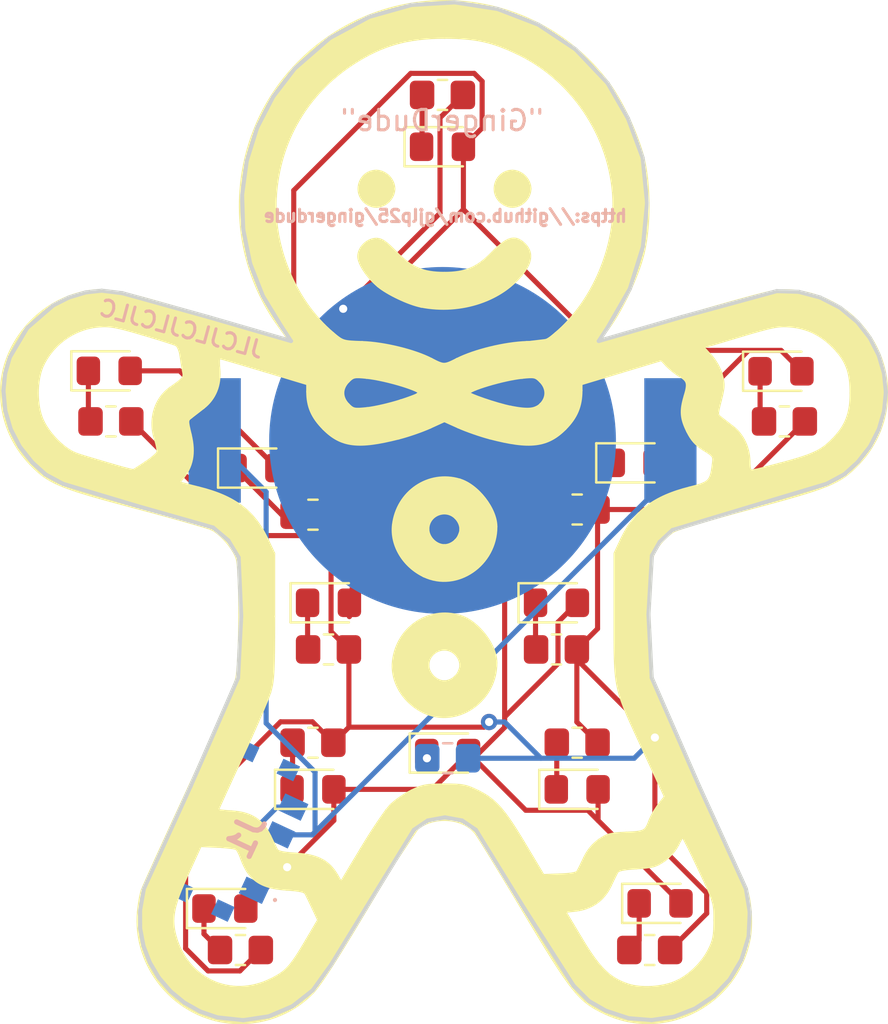
<source format=kicad_pcb>
(kicad_pcb (version 20211014) (generator pcbnew)
  (layers (0 "F.Cu" signal) (31 "B.Cu" signal) (34 "B.Paste" user) (35 "F.Paste" user) (36 "B.SilkS" user "B.Silkscreen") (37 "F.SilkS" user "F.Silkscreen") (38 "B.Mask" user) (39 "F.Mask" user) (44 "Edge.Cuts" user))
  (net 0 "")
  (net 2 "Net-(BT1-Pad1)")
  (net 3 "Net-(D1-Pad2)")
  (net 8 "GND")
  (net 9 "Net-(D1-Pad1)")
  (net 10 "Net-(D2-Pad1)")
  (net 11 "Net-(D3-Pad1)")
  (net 12 "Net-(D4-Pad1)")
  (net 13 "Net-(D5-Pad1)")
  (net 14 "Net-(D6-Pad1)")
  (net 15 "Net-(D7-Pad1)")
  (net 16 "Net-(D8-Pad1)")
  (net 17 "Net-(D9-Pad1)")
  (net 18 "Net-(D10-Pad1)")
  (net 19 "Net-(D11-Pad1)")
  (net 20 "Net-(D12-Pad1)")
  (footprint "Resistor_SMD:R_0805_2012Metric_Pad1.20x1.40mm_HandSolder" (layer "F.Cu") (at 95.25 85.598)
    (fp_text reference "R1" hide)
    (fp_text value "1k" hide)
  )
  (footprint "Resistor_SMD:R_0805_2012Metric_Pad1.20x1.40mm_HandSolder" (layer "F.Cu") (at 128.27 85.598)
    (fp_text reference "R2" hide)
    (fp_text value "1k" hide)
  )
  (footprint "LED_SMD:LED_0805_2012Metric_Pad1.15x1.40mm_HandSolder" (layer "F.Cu") (at 120.904 87.63)
    (fp_text reference "D7" hide)
    (fp_text value "LED" hide)
  )
  (footprint "LED_SMD:LED_0805_2012Metric_Pad1.15x1.40mm_HandSolder" (layer "F.Cu") (at 105.156 103.632)
    (fp_text reference "D9" hide)
    (fp_text value "LED" hide)
  )
  (footprint "Resistor_SMD:R_0805_2012Metric_Pad1.20x1.40mm_HandSolder" (layer "F.Cu") (at 118.11 101.346)
    (fp_text reference "R8" hide)
    (fp_text value "1k" hide)
  )
  (footprint "Resistor_SMD:R_0805_2012Metric_Pad1.20x1.40mm_HandSolder" (layer "F.Cu") (at 105.918 96.774)
    (fp_text reference "R10" hide)
    (fp_text value "1k" hide)
  )
  (footprint "Resistor_SMD:R_0805_2012Metric_Pad1.20x1.40mm_HandSolder" (layer "F.Cu") (at 111.506 69.596)
    (fp_text reference "R5" hide)
    (fp_text value "1k" hide)
  )
  (footprint "LED_SMD:LED_0805_2012Metric_Pad1.15x1.40mm_HandSolder" (layer "F.Cu") (at 111.76 101.854)
    (fp_text reference "D12" hide)
    (fp_text value "LED" hide)
  )
  (footprint "LED_SMD:LED_0805_2012Metric_Pad1.15x1.40mm_HandSolder" (layer "F.Cu") (at 100.838 109.474)
    (fp_text reference "D3" hide)
    (fp_text value "LED" hide)
  )
  (footprint "LED_SMD:LED_0805_2012Metric_Pad1.15x1.40mm_HandSolder" (layer "F.Cu") (at 95.17 83.12)
    (fp_text reference "D1" hide)
    (fp_text value "LED" hide)
  )
  (footprint "Resistor_SMD:R_0805_2012Metric_Pad1.20x1.40mm_HandSolder" (layer "F.Cu") (at 117.094 96.774)
    (fp_text reference "R11" hide)
    (fp_text value "1k" hide)
  )
  (footprint "Resistor_SMD:R_0805_2012Metric_Pad1.20x1.40mm_HandSolder" (layer "F.Cu") (at 101.6 111.506)
    (fp_text reference "R3" hide)
    (fp_text value "1k" hide)
  )
  (footprint "LED_SMD:LED_0805_2012Metric_Pad1.15x1.40mm_HandSolder" (layer "F.Cu") (at 122.174 109.22)
    (fp_text reference "D4" hide)
    (fp_text value "LED" hide)
  )
  (footprint "LED_SMD:LED_0805_2012Metric_Pad1.15x1.40mm_HandSolder" (layer "F.Cu") (at 117.094 94.488)
    (fp_text reference "D11" hide)
    (fp_text value "LED" hide)
  )
  (footprint "LED_SMD:LED_0805_2012Metric_Pad1.15x1.40mm_HandSolder" (layer "F.Cu") (at 128.1025 83.14)
    (fp_text reference "D2" hide)
    (fp_text value "LED" hide)
  )
  (footprint "Resistor_SMD:R_0805_2012Metric_Pad1.20x1.40mm_HandSolder" (layer "F.Cu") (at 121.666 111.506)
    (fp_text reference "R4" hide)
    (fp_text value "1k" hide)
  )
  (footprint "LED_SMD:LED_0805_2012Metric_Pad1.15x1.40mm_HandSolder" (layer "F.Cu") (at 118.11 103.632)
    (fp_text reference "D8" hide)
    (fp_text value "LED" hide)
  )
  (footprint "LED_SMD:LED_0805_2012Metric_Pad1.15x1.40mm_HandSolder" (layer "F.Cu") (at 102.362 87.884)
    (fp_text reference "D6" hide)
    (fp_text value "LED" hide)
  )
  (footprint "Resistor_SMD:R_0805_2012Metric_Pad1.20x1.40mm_HandSolder" (layer "F.Cu") (at 105.156 90.17)
    (fp_text reference "R6" hide)
    (fp_text value "1k" hide)
  )
  (footprint "LED_SMD:LED_0805_2012Metric_Pad1.15x1.40mm_HandSolder" (layer "F.Cu") (at 105.918 94.488)
    (fp_text reference "D10" hide)
    (fp_text value "LED" hide)
  )
  (footprint "LED_SMD:LED_0805_2012Metric_Pad1.15x1.40mm_HandSolder" (layer "F.Cu") (at 111.506 72.136)
    (fp_text reference "D5" hide)
    (fp_text value "LED" hide)
  )
  (footprint "Resistor_SMD:R_0805_2012Metric_Pad1.20x1.40mm_HandSolder" (layer "F.Cu") (at 118.11 89.916)
    (fp_text reference "R7" hide)
    (fp_text value "1k" hide)
  )
  (footprint "Resistor_SMD:R_0805_2012Metric_Pad1.20x1.40mm_HandSolder" (layer "F.Cu") (at 105.156 101.346)
    (fp_text reference "R9" hide)
    (fp_text value "1k" hide)
  )
  (footprint "user-footprints:CR2032_holder_ali" (layer "B.Cu") (at 111.51 86.53 180)
    (fp_text reference "BT1" hide)
    (fp_text value "Battery_Cell" hide)
  )
  (footprint "Resistor_SMD:R_0805_2012Metric_Pad1.20x1.40mm_HandSolder" (layer "B.Cu") (at 111.76 102.108)
    (fp_text reference "R12" hide)
    (fp_text value "1k" hide)
  )
  (footprint "user-footprints:MK12C02" (layer "B.Cu") (at 101.346 105.664 65)
    (fp_text reference "J1")
    (fp_text value "MK-12C02" hide)
  )
  (gr_line (start 115.512071 106.35276) (end 116.426748 107.880812) (layer "F.SilkS") (width 0.2))
  (gr_curve (pts (xy 108.376689 78.934116) (xy 107.85203 78.49051) (xy 107.42777 77.85462) (xy 107.42777 77.51186)) (layer "F.SilkS") (width 0.2))
  (gr_line (start 103.205101 92.07699) (end 103.205101 95.152761) (layer "F.SilkS") (width 0.2))
  (gr_poly (pts (xy 104.19 81.71) (xy 104.2 83.46) (xy 98.55 81.79) (xy 95.2 80.83) (xy 95.56 79.31)) (layer "F.SilkS") (width 0.15) (fill solid))
  (gr_curve (pts (xy 103.572267 80.972403) (xy 100.743144 77.161815) (xy 101.019751 71.780871) (xy 104.223498 68.303706)) (layer "F.SilkS") (width 0.2))
  (gr_curve (pts (xy 109.014347 104.422335) (xy 109.241521 104.201871) (xy 109.692983 103.891236) (xy 110.017598 103.732033)) (layer "F.SilkS") (width 0.2))
  (gr_poly (pts (xy 100.62 104.77) (xy 100.95 104.79) (xy 101.26 104.83) (xy 101.5 104.84) (xy 101.92 104.95) (xy 102.23 105.08) (xy 102.47 105.27) (xy 102.76 105.58) (xy 103.27 106.61) (xy 103.41 106.73) (xy 103.67 106.82) (xy 104.06 106.87) (xy 104.39 106.89) (xy 104.86 106.95) (xy 105.49 107.12) (xy 105.88 107.4) (xy 106.16 107.71) (xy 106.52 108.28) (xy 105.52 110) (xy 104.93 108.73) (xy 104.79 108.58) (xy 104.55 108.5) (xy 104.17 108.45) (xy 103.87 108.43) (xy 103.5 108.39) (xy 103.07 108.31) (xy 102.75 108.19) (xy 102.46 108.04) (xy 102.2 107.79) (xy 101.93 107.43) (xy 101.8 107.05) (xy 101.59 106.63) (xy 101.43 106.47) (xy 101.27 106.45) (xy 100.31 106.4) (xy 99.61 106.32) (xy 100.33 104.71)) (layer "F.SilkS") (width 0.15) (fill solid))
  (gr_curve (pts (xy 110.607046 99.814605) (xy 109.621506 99.343169) (xy 109.012045 98.327117) (xy 109.127922 97.34871)) (layer "F.SilkS") (width 0.2))
  (gr_curve (pts (xy 119.504211 114.576326) (xy 118.220201 113.974276) (xy 117.894332 113.565994) (xy 115.507327 109.568624)) (layer "F.SilkS") (width 0.2))
  (gr_curve (pts (xy 121.420274 101.738537) (xy 119.925089 98.508262) (xy 119.991513 98.814433) (xy 119.991513 95.152761)) (layer "F.SilkS") (width 0.2))
  (gr_poly (pts (xy 118.27 84.13) (xy 118.14 84.84) (xy 117.81 85.49) (xy 117.43 85.96) (xy 117.07 86.23) (xy 116.55 86.51) (xy 116.09 86.62) (xy 115.25 86.62) (xy 114.66 86.52) (xy 113.44 86.22) (xy 111.54 85.48) (xy 112.73 84.22) (xy 112.94 84.37) (xy 113.4 84.56) (xy 114.03 84.76) (xy 115.07 85.03) (xy 115.76 85.08) (xy 116.34 84.82) (xy 116.7 84.31) (xy 118.24 83.72)) (layer "F.SilkS") (width 0.15) (fill solid))
  (gr_curve (pts (xy 124.810456 87.694303) (xy 124.860505 87.284428) (xy 124.84858 87.265391) (xy 124.346098 86.953031)) (layer "F.SilkS") (width 0.2))
  (gr_curve (pts (xy 115.40913 83.411098) (xy 114.478977 83.506396) (xy 112.745212 84.026805) (xy 112.745212 84.210705)) (layer "F.SilkS") (width 0.2))
  (gr_curve (pts (xy 101.632502 102.043869) (xy 100.977793 103.454165) (xy 100.442122 104.633563) (xy 100.442122 104.664755)) (layer "F.SilkS") (width 0.2))
  (gr_curve (pts (xy 103.013992 98.854112) (xy 102.908881 99.198183) (xy 102.287211 100.633574) (xy 101.632502 102.043869)) (layer "F.SilkS") (width 0.2))
  (gr_line (start 105.468333 110.037377) (end 105.192697 109.450389) (layer "F.SilkS") (width 0.2))
  (gr_line (start 99.618147 106.359994) (end 98.975551 107.76477) (layer "F.SilkS") (width 0.2))
  (gr_curve (pts (xy 108.261878 75.02992) (xy 108.058733 75.02992) (xy 107.84501 74.935321) (xy 107.683691 74.774)) (layer "F.SilkS") (width 0.2))
  (gr_curve (pts (xy 108.257481 76.698135) (xy 108.510897 76.698135) (xy 108.707424 76.833513) (xy 109.226657 77.365755)) (layer "F.SilkS") (width 0.2))
  (gr_line (start 122.529156 82.828969) (end 122.251687 82.534646) (layer "F.SilkS") (width 0.2))
  (gr_line (start 118.271168 83.734724) (end 118.271168 84.080138) (layer "F.SilkS") (width 0.2))
  (gr_line (start 110.607046 99.814605) (end 110.607046 99.814605) (layer "F.SilkS") (width 0.2))
  (gr_curve (pts (xy 112.176494 98.129007) (xy 112.337816 97.967688) (xy 112.432416 97.753965) (xy 112.432416 97.55082)) (layer "F.SilkS") (width 0.2))
  (gr_curve (pts (xy 123.015154 113.077773) (xy 123.674703 112.764792) (xy 124.302608 112.14008) (xy 124.631158 111.469987)) (layer "F.SilkS") (width 0.2))
  (gr_curve (pts (xy 112.432416 97.55082) (xy 112.432416 97.347678) (xy 112.337816 97.133952) (xy 112.176494 96.972633)) (layer "F.SilkS") (width 0.2))
  (gr_curve (pts (xy 123.623945 88.88931) (xy 124.633965 88.635992) (xy 124.704096 88.565359) (xy 124.810456 87.694303)) (layer "F.SilkS") (width 0.2))
  (gr_line (start 109.014347 104.422335) (end 109.014347 104.422335) (layer "F.SilkS") (width 0.2))
  (gr_curve (pts (xy 110.9466 82.582133) (xy 111.567962 82.905582) (xy 111.598961 82.905693) (xy 112.228429 82.586721)) (layer "F.SilkS") (width 0.2))
  (gr_curve (pts (xy 107.74178 109.488984) (xy 106.288704 111.931059) (xy 105.468492 113.202575) (xy 105.105387 113.575977)) (layer "F.SilkS") (width 0.2))
  (gr_curve (pts (xy 124.611695 82.371369) (xy 124.850554 82.630498) (xy 125.064269 83.003537) (xy 125.150676 83.312155)) (layer "F.SilkS") (width 0.2))
  (gr_line (start 118.028843 109.527769) (end 117.453715 109.593246) (layer "F.SilkS") (width 0.2))
  (gr_curve (pts (xy 98.392117 110.906079) (xy 99.000464 112.998721) (xy 101.149764 113.950098) (xy 103.1 112.99)) (layer "F.SilkS") (width 0.2))
  (gr_curve (pts (xy 118.264082 110.948672) (xy 119.144168 112.420706) (xy 119.639344 112.914692) (xy 120.552323 113.231414)) (layer "F.SilkS") (width 0.2))
  (gr_curve (pts (xy 116.333538 83.613413) (xy 116.082771 83.362645) (xy 116.018773 83.348639) (xy 115.40913 83.411098)) (layer "F.SilkS") (width 0.2))
  (gr_curve (pts (xy 121.013175 107.453554) (xy 120.365709 107.492892) (xy 120.094156 107.551331) (xy 120.03355 107.664374)) (layer "F.SilkS") (width 0.2))
  (gr_curve (pts (xy 101.167472 104.762453) (xy 102.094216 104.814816) (xy 102.654523 105.172108) (xy 103.020435 105.944026)) (layer "F.SilkS") (width 0.2))
  (gr_poly (pts (xy 112.11 88.53) (xy 112.5 88.64) (xy 112.27 90.24) (xy 112.22 90.28) (xy 112.09 90.21) (xy 110.78 88.82) (xy 110.77 88.7) (xy 110.9 88.59) (xy 111.14 88.56) (xy 111.63 88.51)) (layer "F.SilkS") (width 0.15) (fill solid))
  (gr_curve (pts (xy 98.574708 88.621292) (xy 98.59825 88.641003) (xy 99.039309 88.76127) (xy 99.554837 88.888535)) (layer "F.SilkS") (width 0.2))
  (gr_curve (pts (xy 106.863084 84.79679) (xy 107.115791 85.049499) (xy 107.174711 85.061887) (xy 107.812948 84.996497)) (layer "F.SilkS") (width 0.2))
  (gr_curve (pts (xy 115.512926 76.954055) (xy 115.853742 77.294869) (xy 115.840047 77.715454) (xy 115.471574 78.224116)) (layer "F.SilkS") (width 0.2))
  (gr_curve (pts (xy 104.223498 68.303706) (xy 108.483568 63.680067) (xy 115.80182 64.021722) (xy 119.590724 69.02113)) (layer "F.SilkS") (width 0.2))
  (gr_curve (pts (xy 106.593664 84.205102) (xy 106.593664 84.412632) (xy 106.689586 84.623293) (xy 106.863084 84.79679)) (layer "F.SilkS") (width 0.2))
  (gr_curve (pts (xy 113.122308 105.69568) (xy 112.394496 104.87638) (xy 110.805511 104.87638) (xy 110.073098 105.69568)) (layer "F.SilkS") (width 0.2))
  (gr_curve (pts (xy 123.145615 83.321834) (xy 122.959173 83.212635) (xy 122.681765 82.990847) (xy 122.529156 82.828969)) (layer "F.SilkS") (width 0.2))
  (gr_curve (pts (xy 94.666873 80.894203) (xy 93.480764 80.990516) (xy 92.422667 81.716443) (xy 91.8926 82.797546)) (layer "F.SilkS") (width 0.2))
  (gr_curve (pts (xy 103.872003 108.497157) (xy 102.622262 108.420846) (xy 102.049265 108.030357) (xy 101.684105 107.006132)) (layer "F.SilkS") (width 0.2))
  (gr_curve (pts (xy 112.176494 90.299775) (xy 111.659328 89.782606) (xy 110.764201 90.14907) (xy 110.764201 90.877962)) (layer "F.SilkS") (width 0.2))
  (gr_curve (pts (xy 114.83729 84.925672) (xy 115.701561 85.095189) (xy 116.069872 85.060455) (xy 116.347037 84.783289)) (layer "F.SilkS") (width 0.2))
  (gr_curve (pts (xy 96.375847 88.02878) (xy 96.40452 88.018845) (xy 96.672983 87.846502) (xy 96.97243 87.645795)) (layer "F.SilkS") (width 0.2))
  (gr_line (start 110.607046 93.141744) (end 110.607046 93.141744) (layer "F.SilkS") (width 0.2))
  (gr_curve (pts (xy 109.127922 90.675849) (xy 109.31811 89.070005) (xy 110.831884 88.043928) (xy 112.342912 88.496643)) (layer "F.SilkS") (width 0.2))
  (gr_line (start 104.925449 84.139578) (end 104.925449 83.733327) (layer "F.SilkS") (width 0.2))
  (gr_curve (pts (xy 119.19973 106.152552) (xy 119.591989 105.876615) (xy 119.74726 105.835451) (xy 120.517696 105.803164)) (layer "F.SilkS") (width 0.2))
  (gr_curve (pts (xy 96.80874 108.595045) (xy 96.875872 108.398573) (xy 97.911427 106.126488) (xy 99.109972 103.545967)) (layer "F.SilkS") (width 0.2))
  (gr_poly (pts (xy 95.6 79.38) (xy 95.56 79.49) (xy 95.31 80.84) (xy 94.82 80.83) (xy 94.25 80.9) (xy 93.54 81.12) (xy 92.73 81.64) (xy 92.19 82.2) (xy 91.77 82.95) (xy 91.62 83.46) (xy 91.58 84.05) (xy 91.58 84.57) (xy 91.68 85.25) (xy 92.03 85.98) (xy 92.52 86.56) (xy 92.96 86.94) (xy 93.42 87.22) (xy 93.86 87.36) (xy 93.6 88.88) (xy 92.94 88.68) (xy 92.47 88.48) (xy 91.96 88.16) (xy 91.6 87.83) (xy 91.13 87.35) (xy 90.78 86.9) (xy 90.45 86.33) (xy 90.26 85.85) (xy 90.1 85.36) (xy 90 84.77) (xy 89.94 84.12) (xy 89.99 83.59) (xy 90.1 83.01) (xy 90.28 82.42) (xy 90.54 81.86) (xy 91.04 81.11) (xy 91.79 80.37) (xy 92.4 79.97) (xy 93.04 79.64) (xy 93.85 79.38) (xy 94.46 79.27) (xy 95.03 79.26)) (layer "F.SilkS") (width 0.15) (fill solid))
  (gr_curve (pts (xy 121.709536 105.162051) (xy 121.784826 104.961343) (xy 121.985788 104.617186) (xy 122.156119 104.397255)) (layer "F.SilkS") (width 0.2))
  (gr_curve (pts (xy 107.079895 68.039769) (xy 104.817285 69.516817) (xy 103.464187 71.846992) (xy 103.289591 74.567059)) (layer "F.SilkS") (width 0.2))
  (gr_curve (pts (xy 118.271168 84.080138) (xy 118.271168 84.841137) (xy 118.042877 85.385364) (xy 117.492987 85.935252)) (layer "F.SilkS") (width 0.2))
  (gr_curve (pts (xy 122.35361 107.08661) (xy 121.967074 107.358277) (xy 121.791861 107.406241) (xy 121.013175 107.453554)) (layer "F.SilkS") (width 0.2))
  (gr_poly (pts (xy 112.58 65.16) (xy 113.38 65.26) (xy 114.52 65.53) (xy 115.59 65.93) (xy 116.24 66.24) (xy 117.17 66.8) (xy 117.75 67.21) (xy 118.22 67.62) (xy 118.69 68.08) (xy 119.25 68.66) (xy 119.67 69.24) (xy 119.9 69.6) (xy 120.15 70.05) (xy 120.52 70.75) (xy 120.69 71.12) (xy 120.91 71.66) (xy 121.08 72.14) (xy 121.24 72.65) (xy 121.39 73.28) (xy 121.45 73.68) (xy 121.48 74.51) (xy 121.49 74.99) (xy 121.44 76.44) (xy 121.39 76.79) (xy 121.11 77.93) (xy 120.93 78.4) (xy 120.69 78.95) (xy 120.43 79.47) (xy 120.06 80.16) (xy 119.82 80.57) (xy 119.43 81.16) (xy 119.25 81.42) (xy 119.15 81.57) (xy 119.09 81.69) (xy 116.75 81.62) (xy 117.07 81.36) (xy 117.6 80.93) (xy 118.03 80.43) (xy 118.49 79.83) (xy 118.86 79.24) (xy 119.15 78.69) (xy 119.47 77.92) (xy 119.71 77.13) (xy 119.88 76.4) (xy 119.99 75.65) (xy 120 74.94) (xy 119.98 74.34) (xy 119.91 73.81) (xy 119.83 73.34) (xy 119.49 72.19) (xy 119.29 71.71) (xy 119.05 71.21) (xy 118.77 70.73) (xy 117.97 69.57) (xy 117.5 69.08) (xy 116.91 68.54) (xy 115.56 67.63) (xy 115 67.36) (xy 114.46 67.12) (xy 113.74 66.9) (xy 113.19 66.8) (xy 112.37 66.7) (xy 111.94 66.68) (xy 110.72 66.71) (xy 109.79 66.83) (xy 109.13 67) (xy 108.7 67.14) (xy 108.3 67.3) (xy 107.7 67.58) (xy 106.4 68.44) (xy 105.93 68.86) (xy 105.39 69.39) (xy 104.88 70.02) (xy 104.67 70.31) (xy 104.18 71.08) (xy 104.03 71.43) (xy 103.8 71.93) (xy 103.74 72.12) (xy 103.47 73.03) (xy 103.33 73.63) (xy 103.26 74.09) (xy 103.23 74.57) (xy 103.21 74.9) (xy 103.28 76.04) (xy 103.4 76.78) (xy 103.49 77.16) (xy 103.64 77.67) (xy 103.93 78.4) (xy 104.11 78.78) (xy 104.22 79) (xy 104.44 79.4) (xy 104.71 79.81) (xy 105 80.21) (xy 103.8 80.9) (xy 103.66 80.99) (xy 103.09 80.14) (xy 102.82 79.69) (xy 102.56 79.16) (xy 102.31 78.57) (xy 102.11 77.93) (xy 101.96 77.43) (xy 101.82 76.82) (xy 101.7 75.89) (xy 101.7 74.45) (xy 101.78 73.77) (xy 101.9 72.98) (xy 101.95 72.81) (xy 102.05 72.25) (xy 102.31 71.52) (xy 102.57 70.91) (xy 102.87 70.3) (xy 103.4 69.45) (xy 103.82 68.88) (xy 104.35 68.27) (xy 105.07 67.54) (xy 105.72 67.01) (xy 106.68 66.39) (xy 107.48 65.98) (xy 108.4 65.62) (xy 109.21 65.41) (xy 109.88 65.26) (xy 110.22 65.22) (xy 110.66 65.16) (xy 111.31 65.11) (xy 111.6 65.11)) (layer "F.SilkS") (width 0.15) (fill solid))
  (gr_curve (pts (xy 103.205101 95.152761) (xy 103.205101 97.83806) (xy 103.180839 98.30795) (xy 103.013992 98.854112)) (layer "F.SilkS") (width 0.2))
  (gr_curve (pts (xy 112.228429 82.586718) (xy 113.083416 82.153462) (xy 114.565361 81.792462) (xy 115.631896 81.757635)) (layer "F.SilkS") (width 0.2))
  (gr_curve (pts (xy 118.17682 107.664374) (xy 118.223035 107.578355) (xy 118.372051 107.273385) (xy 118.507965 106.986661)) (layer "F.SilkS") (width 0.2))
  (gr_curve (pts (xy 114.934739 75.02992) (xy 114.731594 75.02992) (xy 114.517868 74.935321) (xy 114.356549 74.774)) (layer "F.SilkS") (width 0.2))
  (gr_curve (pts (xy 96.97243 87.645795) (xy 97.271878 87.445088) (xy 97.542998 87.2149) (xy 97.574919 87.134268)) (layer "F.SilkS") (width 0.2))
  (gr_curve (pts (xy 114.934739 73.361705) (xy 115.363375 73.361705) (xy 115.768845 73.767175) (xy 115.768845 74.195813)) (layer "F.SilkS") (width 0.2))
  (gr_curve (pts (xy 115.507327 109.568624) (xy 114.316906 107.575096) (xy 113.243646 105.832271) (xy 113.122308 105.69568)) (layer "F.SilkS") (width 0.2))
  (gr_line (start 124.215896 81.941978) (end 124.611695 82.371369) (layer "F.SilkS") (width 0.2))
  (gr_curve (pts (xy 110.607046 93.141744) (xy 109.621506 92.670311) (xy 109.012045 91.654259) (xy 109.127922 90.675849)) (layer "F.SilkS") (width 0.2))
  (gr_curve (pts (xy 124.086197 103.545967) (xy 125.285138 106.126488) (xy 126.320976 108.398573) (xy 126.388058 108.595045)) (layer "F.SilkS") (width 0.2))
  (gr_curve (pts (xy 130.658066 81.885371) (xy 130.05989 81.287193) (xy 129.363434 80.96053) (xy 128.546457 80.894952)) (layer "F.SilkS") (width 0.2))
  (gr_curve (pts (xy 110.764201 97.55082) (xy 110.764201 97.979459) (xy 111.169671 98.384928) (xy 111.598307 98.384928)) (layer "F.SilkS") (width 0.2))
  (gr_curve (pts (xy 103.020435 105.944026) (xy 103.156349 106.23075) (xy 103.305286 106.535723) (xy 103.3514 106.621739)) (layer "F.SilkS") (width 0.2))
  (gr_line (start 117.453715 109.593246) (end 118.264082 110.948672) (layer "F.SilkS") (width 0.2))
  (gr_line (start 110.462705 79.921793) (end 110.462705 79.921793) (layer "F.SilkS") (width 0.2))
  (gr_curve (pts (xy 110.89453 85.851365) (xy 110.507452 86.028304) (xy 109.813898 86.268231) (xy 109.353297 86.384536)) (layer "F.SilkS") (width 0.2))
  (gr_curve (pts (xy 91.8926 85.612658) (xy 92.202926 86.245585) (xy 92.841249 86.903244) (xy 93.403942 87.169784)) (layer "F.SilkS") (width 0.2))
  (gr_curve (pts (xy 122.776732 90.968378) (xy 122.277047 91.327601) (xy 121.932617 91.755669) (xy 121.768117 92.221905)) (layer "F.SilkS") (width 0.2))
  (gr_curve (pts (xy 111.598307 103.442142) (xy 112.480226 103.441613) (xy 112.656177 103.474784) (xy 113.203339 103.743442)) (layer "F.SilkS") (width 0.2))
  (gr_curve (pts (xy 119.591013 81.024164) (xy 119.332472 81.367737) (xy 119.137587 81.665495) (xy 119.157939 81.685847)) (layer "F.SilkS") (width 0.2))
  (gr_curve (pts (xy 126.638307 88.062444) (xy 126.709988 88.062236) (xy 127.356261 87.905231) (xy 128.074468 87.713579)) (layer "F.SilkS") (width 0.2))
  (gr_poly (pts (xy 121.83 98.48) (xy 123.14 101.47) (xy 124.73 104.98) (xy 125.2 106.09) (xy 125.62 106.99) (xy 126.31 108.57) (xy 126.46 108.99) (xy 126.53 109.63) (xy 126.51 110.52) (xy 126.49 110.78) (xy 126.38 111.26) (xy 126.33 111.63) (xy 125.83 112.57) (xy 125.69 112.79) (xy 125.41 113.19) (xy 125.04 113.59) (xy 124.39 114.1) (xy 123.91 114.38) (xy 123.34 114.65) (xy 122.85 114.8) (xy 122.25 114.94) (xy 121.57 114.97) (xy 121.36 114.98) (xy 120.48 114.85) (xy 119.79 114.64) (xy 119.11 114.32) (xy 118.54 113.93) (xy 118.01 113.36) (xy 117.48 112.67) (xy 117.13 112.12) (xy 114.98 108.56) (xy 117.4 109.59) (xy 117.47 109.7) (xy 117.59 109.94) (xy 117.81 110.34) (xy 117.89 110.47) (xy 118.08 110.79) (xy 118.32 111.2) (xy 118.51 111.51) (xy 118.79 111.92) (xy 119.08 112.28) (xy 119.29 112.5) (xy 119.47 112.7) (xy 119.71 112.89) (xy 119.93 113.04) (xy 120.16 113.17) (xy 120.43 113.27) (xy 120.69 113.35) (xy 120.94 113.4) (xy 121.25 113.44) (xy 121.55 113.45) (xy 121.85 113.43) (xy 122.1 113.41) (xy 122.36 113.35) (xy 122.69 113.29) (xy 122.9 113.2) (xy 123.13 113.11) (xy 123.42 112.94) (xy 123.71 112.72) (xy 123.93 112.53) (xy 124.22 112.21) (xy 124.43 111.95) (xy 124.62 111.65) (xy 124.78 111.34) (xy 124.88 111.08) (xy 124.95 110.28) (xy 124.96 109.68) (xy 124.92 109.26) (xy 124.81 108.97) (xy 124.69 108.59) (xy 124.54 108.26) (xy 123.32 105.84) (xy 122.56 103.87) (xy 120.59 99.83) (xy 120.29 99) (xy 120.1 98.34)) (layer "F.SilkS") (width 0.15) (fill solid))
  (gr_curve (pts (xy 117.091584 81.301955) (xy 118.803069 79.85466) (xy 119.939382 77.352025) (xy 119.939382 75.02992)) (layer "F.SilkS") (width 0.2))
  (gr_line (start 107.683691 74.774) (end 107.683691 74.774) (layer "F.SilkS") (width 0.2))
  (gr_curve (pts (xy 126.50569 87.567597) (xy 126.507277 87.893289) (xy 126.552598 88.06271) (xy 126.638307 88.062444)) (layer "F.SilkS") (width 0.2))
  (gr_curve (pts (xy 111.598307 66.746211) (xy 109.782756 66.745312) (xy 108.500459 67.112417) (xy 107.079895 68.039769)) (layer "F.SilkS") (width 0.2))
  (gr_curve (pts (xy 107.564721 81.757635) (xy 108.63274 81.79251) (xy 110.131753 82.157969) (xy 110.9466 82.582133)) (layer "F.SilkS") (width 0.2))
  (gr_curve (pts (xy 104.832244 108.707007) (xy 104.771268 108.594569) (xy 104.50139 108.535588) (xy 103.872003 108.497157)) (layer "F.SilkS") (width 0.2))
  (gr_curve (pts (xy 99.114074 86.250506) (xy 99.332017 87.157416) (xy 99.202602 87.816643) (xy 98.69164 88.402344)) (layer "F.SilkS") (width 0.2))
  (gr_curve (pts (xy 124.888249 110.062433) (xy 124.889836 109.177672) (xy 124.888455 109.173452) (xy 124.120882 107.534043)) (layer "F.SilkS") (width 0.2))
  (gr_line (start 100.41851 114.90495) (end 100.41851 114.90495) (layer "F.SilkS") (width 0.2))
  (gr_curve (pts (xy 128.074468 87.713579) (xy 129.659781 87.290538) (xy 130.083959 87.09762) (xy 130.631846 86.550478)) (layer "F.SilkS") (width 0.2))
  (gr_curve (pts (xy 121.768117 92.221905) (xy 121.547031 92.84853) (xy 121.539916 97.30305) (xy 121.758539 98.228533)) (layer "F.SilkS") (width 0.2))
  (gr_line (start 119.991513 95.152761) (end 119.991513 92.07699) (layer "F.SilkS") (width 0.2))
  (gr_line (start 114.356549 74.774) (end 114.356549 74.774) (layer "F.SilkS") (width 0.2))
  (gr_curve (pts (xy 106.863084 83.613413) (xy 106.689586 83.786911) (xy 106.593664 83.997572) (xy 106.593664 84.205102)) (layer "F.SilkS") (width 0.2))
  (gr_poly (pts (xy 100.55 82.38) (xy 100.47 82.97) (xy 100.46 83.62) (xy 100.35 83.99) (xy 100.14 84.43) (xy 99.81 84.77) (xy 99.45 85.1) (xy 99.05 85.42) (xy 98.96 85.55) (xy 99.01 86) (xy 99.12 86.41) (xy 99.17 86.93) (xy 99.17 87.25) (xy 99.05 87.73) (xy 98.87 88.1) (xy 98.7 88.35) (xy 98.56 88.53) (xy 98.55 88.65) (xy 99.13 88.82) (xy 100.16 89.09) (xy 100.53 91.03) (xy 100.12 90.82) (xy 98.3 90.3) (xy 96.93 89.92) (xy 93.57 88.99) (xy 93.86 87.31) (xy 96.33 88.04) (xy 97.51 87.3) (xy 97.62 87.01) (xy 97.43 86.15) (xy 97.38 85.39) (xy 97.61 84.67) (xy 97.91 84.29) (xy 98.26 83.98) (xy 98.66 83.7) (xy 98.88 83.37) (xy 98.86 83.01) (xy 98.76 82.43) (xy 98.59 81.78)) (layer "F.SilkS") (width 0.15) (fill solid))
  (gr_curve (pts (xy 119.702582 108.342085) (xy 119.376512 109.02996) (xy 118.79729 109.440282) (xy 118.028843 109.527769)) (layer "F.SilkS") (width 0.2))
  (gr_curve (pts (xy 104.037717 81.686893) (xy 104.058249 81.666372) (xy 103.848786 81.344851) (xy 103.572267 80.972403)) (layer "F.SilkS") (width 0.2))
  (gr_line (start 122.156119 104.397255) (end 122.465814 103.997379) (layer "F.SilkS") (width 0.2))
  (gr_poly (pts (xy 124.27 81.97) (xy 124.62 82.46) (xy 124.89 82.86) (xy 125.03 83.13) (xy 125.18 83.61) (xy 125.17 83.87) (xy 125.02 84.66) (xy 124.94 85.04) (xy 124.93 85.23) (xy 125.04 85.43) (xy 125.38 85.7) (xy 125.79 86.06) (xy 126.03 86.29) (xy 126.2 86.58) (xy 126.33 86.94) (xy 126.38 87.11) (xy 126.41 87.27) (xy 126.52 87.96) (xy 126.55 88.11) (xy 124.73 88.36) (xy 124.84 87.72) (xy 124.87 87.44) (xy 124.8 87.24) (xy 124.52 87) (xy 124.06 86.67) (xy 123.83 86.41) (xy 123.66 86.24) (xy 123.52 85.84) (xy 123.39 85.52) (xy 123.33 85.15) (xy 123.36 84.75) (xy 123.47 84.45) (xy 123.57 84.02) (xy 123.57 83.62) (xy 123.36 83.4) (xy 122.76 82.98) (xy 122.32 82.59) (xy 122.23 82.46) (xy 118.24 83.72) (xy 116.63 84.31) (xy 116.5 83.67) (xy 115.96 83.35) (xy 114.42 81.89) (xy 116.59 81.63) (xy 119.2 81.74) (xy 123.64 80.45)) (layer "F.SilkS") (width 0.15) (fill solid))
  (gr_curve (pts (xy 114.099612 97.426452) (xy 114.105088 99.279349) (xy 112.204659 100.578823) (xy 110.607046 99.814605)) (layer "F.SilkS") (width 0.2))
  (gr_curve (pts (xy 96.624185 109.63768) (xy 96.658558 109.260704) (xy 96.741607 108.791517) (xy 96.80874 108.595045)) (layer "F.SilkS") (width 0.2))
  (gr_curve (pts (xy 124.631158 111.469987) (xy 124.840952 111.042099) (xy 124.887026 110.789845) (xy 124.888249 110.062433)) (layer "F.SilkS") (width 0.2))
  (gr_curve (pts (xy 121.758539 98.228533) (xy 121.839811 98.572603) (xy 122.887257 100.965447) (xy 124.086197 103.545967)) (layer "F.SilkS") (width 0.2))
  (gr_curve (pts (xy 96.804273 81.28627) (xy 95.535917 80.911127) (xy 95.205301 80.850482) (xy 94.666873 80.894203)) (layer "F.SilkS") (width 0.2))
  (gr_curve (pts (xy 126.518847 110.944815) (xy 125.921814 114.140025) (xy 122.429566 115.947979) (xy 119.504211 114.576326)) (layer "F.SilkS") (width 0.2))
  (gr_curve (pts (xy 107.812948 84.996497) (xy 108.187194 84.958154) (xy 108.933948 84.785661) (xy 109.472402 84.613178)) (layer "F.SilkS") (width 0.2))
  (gr_curve (pts (xy 108.840065 74.774) (xy 108.678746 74.935321) (xy 108.465023 75.02992) (xy 108.261878 75.02992)) (layer "F.SilkS") (width 0.2))
  (gr_curve (pts (xy 130.631846 86.550478) (xy 131.321447 85.861816) (xy 131.564935 85.249005) (xy 131.563737 84.205102)) (layer "F.SilkS") (width 0.2))
  (gr_curve (pts (xy 101.684105 107.006132) (xy 101.606144 106.787459) (xy 101.494208 106.569534) (xy 101.43536 106.521853)) (layer "F.SilkS") (width 0.2))
  (gr_curve (pts (xy 110.764201 90.877962) (xy 110.764201 91.306598) (xy 111.169671 91.712068) (xy 111.598307 91.712068)) (layer "F.SilkS") (width 0.2))
  (gr_curve (pts (xy 119.939382 75.02992) (xy 119.939382 71.878095) (xy 118.054159 68.886293) (xy 115.215232 67.532811)) (layer "F.SilkS") (width 0.2))
  (gr_curve (pts (xy 107.567734 106.546139) (xy 108.136198 105.598514) (xy 108.787172 104.642803) (xy 109.014347 104.422335)) (layer "F.SilkS") (width 0.2))
  (gr_curve (pts (xy 118.507965 106.986661) (xy 118.667819 106.649438) (xy 118.912104 106.354888) (xy 119.19973 106.152552)) (layer "F.SilkS") (width 0.2))
  (gr_curve (pts (xy 111.598307 98.384928) (xy 111.801452 98.384928) (xy 112.015175 98.290329) (xy 112.176494 98.129007)) (layer "F.SilkS") (width 0.2))
  (gr_curve (pts (xy 123.430402 84.352002) (xy 123.619887 83.72464) (xy 123.578646 83.575454) (xy 123.145615 83.321834)) (layer "F.SilkS") (width 0.2))
  (gr_line (start 122.465814 103.997379) (end 121.420274 101.738537) (layer "F.SilkS") (width 0.2))
  (gr_curve (pts (xy 115.471574 78.224116) (xy 114.464878 79.613819) (xy 112.421338 80.306445) (xy 110.462705 79.921793)) (layer "F.SilkS") (width 0.2))
  (gr_curve (pts (xy 119.157939 81.685847) (xy 119.178286 81.706199) (xy 121.009251 81.176574) (xy 123.226736 80.508901)) (layer "F.SilkS") (width 0.2))
  (gr_curve (pts (xy 115.215232 67.532811) (xy 113.935091 66.922492) (xy 113.128001 66.746969) (xy 111.598307 66.746211)) (layer "F.SilkS") (width 0.2))
  (gr_poly (pts (xy 112.42 103.52) (xy 112.79 103.61) (xy 113.31 103.84) (xy 113.87 104.2) (xy 114.44 104.77) (xy 114.91 105.48) (xy 116.3 107.93) (xy 117.498903 109.726203) (xy 116.7 109.64) (xy 114.81 108.45) (xy 113.52 106.2) (xy 112.86 105.43) (xy 112.31 105.14) (xy 111.67 105.06) (xy 111.09 105.1) (xy 110.54 105.29) (xy 110.14 105.51) (xy 108.87 104.67) (xy 109.31 104.23) (xy 109.76 103.92) (xy 110.29 103.65) (xy 110.86 103.5) (xy 111.36 103.5) (xy 112.09 103.49)) (layer "F.SilkS") (width 0.15) (fill solid))
  (gr_line (start 112.176494 91.456149) (end 112.176494 91.456149) (layer "F.SilkS") (width 0.2))
  (gr_curve (pts (xy 121.313393 77.375847) (xy 121.039892 78.478829) (xy 120.254454 80.142533) (xy 119.591013 81.024164)) (layer "F.SilkS") (width 0.2))
  (gr_line (start 120.261426 83.134685) (end 118.271168 83.734724) (layer "F.SilkS") (width 0.2))
  (gr_line (start 122.251687 82.534646) (end 120.261426 83.134685) (layer "F.SilkS") (width 0.2))
  (gr_curve (pts (xy 116.347032 84.783289) (xy 116.691242 84.439079) (xy 116.685781 83.965661) (xy 116.333538 83.613413)) (layer "F.SilkS") (width 0.2))
  (gr_curve (pts (xy 111.598307 91.712068) (xy 111.801452 91.712068) (xy 112.015175 91.617468) (xy 112.176494 91.456149)) (layer "F.SilkS") (width 0.2))
  (gr_line (start 96.97243 87.645795) (end 96.97243 87.645795) (layer "F.SilkS") (width 0.2))
  (gr_curve (pts (xy 103.3514 106.621739) (xy 103.411884 106.73455) (xy 103.682077 106.793155) (xy 104.320962 106.832033)) (layer "F.SilkS") (width 0.2))
  (gr_poly (pts (xy 105.43 80.74) (xy 106.1 81.39) (xy 106.52 81.64) (xy 106.82 81.76) (xy 107.26 81.8) (xy 107.9 81.84) (xy 108.65 81.93) (xy 109.54 82.14) (xy 110.5 82.45) (xy 111.63 82.86) (xy 112.12 82.69) (xy 113.21 82.24) (xy 114.42 81.9) (xy 115.91 83.31) (xy 115.36 83.37) (xy 114.26 83.57) (xy 112.78 84.12) (xy 110.47 84.2) (xy 110.28 84) (xy 109.52 83.72) (xy 108.65 83.48) (xy 107.84 83.35) (xy 107.28 83.31) (xy 106.94 83.45) (xy 106.67 83.9) (xy 103.77 83.37) (xy 104.08 81.69) (xy 103.66 80.98) (xy 105.01 80.2)) (layer "F.SilkS") (width 0.15) (fill solid))
  (gr_curve (pts (xy 131.563737 84.205102) (xy 131.562414 83.137467) (xy 131.339846 82.567149) (xy 130.658066 81.885371)) (layer "F.SilkS") (width 0.2))
  (gr_curve (pts (xy 131.861529 80.756423) (xy 133.721386 82.706291) (xy 133.728189 85.696782) (xy 131.877166 87.637374)) (layer "F.SilkS") (width 0.2))
  (gr_curve (pts (xy 99.554837 88.888535) (xy 101.286003 89.315896) (xy 102.234145 90.02751) (xy 102.875157 91.380552)) (layer "F.SilkS") (width 0.2))
  (gr_line (start 104.879528 111.03784) (end 105.468333 110.037377) (layer "F.SilkS") (width 0.2))
  (gr_curve (pts (xy 109.226657 77.365755) (xy 109.961049 78.118545) (xy 110.548407 78.36635) (xy 111.598307 78.36635)) (layer "F.SilkS") (width 0.2))
  (gr_curve (pts (xy 131.877166 87.637374) (xy 130.97073 88.587676) (xy 130.497988 88.782963) (xy 126.570632 89.829472)) (layer "F.SilkS") (width 0.2))
  (gr_curve (pts (xy 115.768845 74.195813) (xy 115.768845 74.62445) (xy 115.363375 75.02992) (xy 114.934739 75.02992)) (layer "F.SilkS") (width 0.2))
  (gr_curve (pts (xy 110.017598 103.732033) (xy 110.536638 103.47748) (xy 110.727241 103.442526) (xy 111.598307 103.442142)) (layer "F.SilkS") (width 0.2))
  (gr_curve (pts (xy 108.261878 73.361705) (xy 108.465023 73.361705) (xy 108.678746 73.456304) (xy 108.840065 73.617624)) (layer "F.SilkS") (width 0.2))
  (gr_curve (pts (xy 121.31207 72.684714) (xy 121.641895 74.006815) (xy 121.642432 76.048521) (xy 121.313393 77.375847)) (layer "F.SilkS") (width 0.2))
  (gr_curve (pts (xy 112.432416 90.877962) (xy 112.432416 90.674817) (xy 112.337816 90.461094) (xy 112.176494 90.299775)) (layer "F.SilkS") (width 0.2))
  (gr_poly (pts (xy 106.61 83.88) (xy 106.54 84.1) (xy 106.57 84.38) (xy 106.65 84.59) (xy 106.82 84.82) (xy 107 84.99) (xy 107.12 85.06) (xy 107.44 85.07) (xy 108.02 85.01) (xy 108.45 84.96) (xy 108.89 84.84) (xy 109.32 84.73) (xy 109.97 84.53) (xy 110.38 84.2) (xy 112.78 84.14) (xy 111.53 85.49) (xy 110.56 85.92) (xy 109.07 86.4) (xy 108.58 86.5) (xy 107.95 86.6) (xy 107.53 86.62) (xy 107.06 86.61) (xy 106.53 86.46) (xy 106.07 86.19) (xy 105.64 85.79) (xy 105.31 85.34) (xy 105.23 85.25) (xy 105.11 84.91) (xy 105.04 84.67) (xy 104.99 84.23) (xy 104.97 83.59)) (layer "F.SilkS") (width 0.15) (fill solid))
  (gr_poly (pts (xy 129.39 79.41) (xy 129.98 79.57) (xy 130.54 79.84) (xy 131.08 80.14) (xy 131.61 80.58) (xy 132.36 81.44) (xy 132.87 82.45) (xy 133.09 83.07) (xy 133.21 83.77) (xy 133.21 84.49) (xy 133.09 85.29) (xy 132.77 86.31) (xy 132.36 86.94) (xy 132 87.4) (xy 131.46 88) (xy 130.87 88.38) (xy 130.33 88.65) (xy 129.41 88.95) (xy 128.53 89.25) (xy 122.77 90.93) (xy 124.7 88.38) (xy 126.67 88.11) (xy 127.67 87.9) (xy 128.52 87.68) (xy 129.22 87.46) (xy 129.48 87.37) (xy 129.86 87.21) (xy 130.25 86.97) (xy 130.52 86.77) (xy 131.01 86.23) (xy 131.09 86.13) (xy 131.2 85.98) (xy 131.5 85.29) (xy 131.58 84.86) (xy 131.6 84.54) (xy 131.62 84.35) (xy 131.61 83.9) (xy 131.59 83.55) (xy 131.47 82.99) (xy 131.3 82.62) (xy 131.1 82.3) (xy 130.84 81.97) (xy 130.56 81.69) (xy 129.98 81.29) (xy 129.56 81.06) (xy 128.84 80.87) (xy 127.91 80.89) (xy 126.69 81.17) (xy 124.27 81.93) (xy 123.58 80.4) (xy 125.18 80) (xy 127.19 79.43) (xy 127.94 79.28) (xy 128.67 79.28)) (layer "F.SilkS") (width 0.15) (fill solid))
  (gr_line (start 106.299605 107.861534) (end 106.534167 108.269099) (layer "F.SilkS") (width 0.2))
  (gr_curve (pts (xy 100.210269 90.846543) (xy 100.022391 90.75742) (xy 98.352239 90.283288) (xy 96.498821 89.792922)) (layer "F.SilkS") (width 0.2))
  (gr_curve (pts (xy 108.840065 73.617624) (xy 109.001387 73.778944) (xy 109.095987 73.992669) (xy 109.095987 74.195813)) (layer "F.SilkS") (width 0.2))
  (gr_curve (pts (xy 104.320962 106.832033) (xy 105.357935 106.895136) (xy 105.90819 107.181437) (xy 106.299605 107.861534)) (layer "F.SilkS") (width 0.2))
  (gr_curve (pts (xy 110.462705 79.921793) (xy 109.863584 79.804132) (xy 108.822894 79.311392) (xy 108.376689 78.934116)) (layer "F.SilkS") (width 0.2))
  (gr_poly (pts (xy 112.142 90.236) (xy 111.872 90.086) (xy 111.512 90.046) (xy 111.082 90.156) (xy 110.892 90.446) (xy 110.722 90.776) (xy 110.75907 91.103215) (xy 110.869798 91.44063) (xy 111.215957 91.686956) (xy 111.655817 91.761894) (xy 112.112588 91.598353) (xy 112.282 91.316) (xy 112.312 91.236) (xy 112.47 90.84) (xy 112.3 90.33) (xy 112.492 88.616) (xy 112.942 88.826) (xy 113.442 89.326) (xy 113.852 89.996) (xy 114.082 90.516) (xy 114.082 90.846) (xy 113.862 91.796) (xy 113.382 92.496) (xy 112.822 93.006) (xy 112.322 93.166) (xy 111.832 93.296) (xy 111.202 93.276) (xy 110.672 93.086) (xy 110.322 92.916) (xy 109.982 92.616) (xy 109.772 92.406) (xy 109.562 92.136) (xy 109.442 91.916) (xy 109.292 91.526) (xy 109.202 91.206) (xy 109.192 91.016) (xy 109.192 90.826) (xy 109.212 90.666) (xy 109.272 90.286) (xy 109.342 90.056) (xy 109.452 89.796) (xy 109.572 89.616) (xy 109.852 89.246) (xy 110.142 88.956) (xy 110.632 88.596)) (layer "F.SilkS") (width 0.15) (fill solid))
  (gr_curve (pts (xy 106.105033 81.301955) (xy 106.603223 81.723243) (xy 106.613933 81.726587) (xy 107.564721 81.757635)) (layer "F.SilkS") (width 0.2))
  (gr_curve (pts (xy 120.03355 107.664374) (xy 119.987433 107.75039) (xy 119.838499 108.05536) (xy 119.702582 108.342085)) (layer "F.SilkS") (width 0.2))
  (gr_curve (pts (xy 111.598307 78.36635) (xy 112.648208 78.36635) (xy 113.235565 78.118545) (xy 113.96996 77.365755)) (layer "F.SilkS") (width 0.2))
  (gr_curve (pts (xy 110.45141 84.214372) (xy 110.45141 84.027168) (xy 108.727808 83.507437) (xy 107.78749 83.411098)) (layer "F.SilkS") (width 0.2))
  (gr_line (start 116.347037 84.783289) (end 116.347037 84.783289) (layer "F.SilkS") (width 0.2))
  (gr_curve (pts (xy 112.176494 96.972633) (xy 111.659328 96.455466) (xy 110.764201 96.821928) (xy 110.764201 97.55082)) (layer "F.SilkS") (width 0.2))
  (gr_line (start 102.875157 91.380552) (end 103.205101 92.07699) (layer "F.SilkS") (width 0.2))
  (gr_curve (pts (xy 113.203339 103.743442) (xy 114.078805 104.173304) (xy 114.476564 104.622848) (xy 115.512071 106.35276)) (layer "F.SilkS") (width 0.2))
  (gr_curve (pts (xy 100.442122 104.664755) (xy 100.442122 104.695947) (xy 100.76853 104.73991) (xy 101.167472 104.762453)) (layer "F.SilkS") (width 0.2))
  (gr_curve (pts (xy 96.498821 89.792922) (xy 92.729448 88.795639) (xy 92.224941 88.586605) (xy 91.334658 87.653237)) (layer "F.SilkS") (width 0.2))
  (gr_curve (pts (xy 125.726623 85.912626) (xy 126.20485 86.283923) (xy 126.502679 86.916602) (xy 126.50569 87.567597)) (layer "F.SilkS") (width 0.2))
  (gr_line (start 123.015154 113.077773) (end 123.015154 113.077773) (layer "F.SilkS") (width 0.2))
  (gr_curve (pts (xy 99.109972 103.545967) (xy 100.308518 100.965447) (xy 101.355923 98.572603) (xy 101.437541 98.228533)) (layer "F.SilkS") (width 0.2))
  (gr_curve (pts (xy 101.437541 98.228533) (xy 101.628385 97.424005) (xy 101.650322 92.931376) (xy 101.466403 92.31751)) (layer "F.SilkS") (width 0.2))
  (gr_curve (pts (xy 109.472402 84.613178) (xy 110.010857 84.440697) (xy 110.45141 84.261233) (xy 110.45141 84.214372)) (layer "F.SilkS") (width 0.2))
  (gr_curve (pts (xy 101.43536 106.521853) (xy 101.37651 106.47417) (xy 100.943562 106.418248) (xy 100.473254 106.397576)) (layer "F.SilkS") (width 0.2))
  (gr_curve (pts (xy 112.745212 84.210705) (xy 112.745212 84.307119) (xy 114.175148 84.7958) (xy 114.83729 84.925672)) (layer "F.SilkS") (width 0.2))
  (gr_poly (pts (xy 112.14 96.91) (xy 111.87 96.76) (xy 111.51 96.72) (xy 111.08 96.83) (xy 110.89 97.12) (xy 110.72 97.45) (xy 110.75707 97.777215) (xy 110.867798 98.11463) (xy 111.213957 98.360956) (xy 111.653817 98.435894) (xy 112.110588 98.272353) (xy 112.28 97.99) (xy 112.31 97.91) (xy 112.468 97.514) (xy 112.298 97.004) (xy 112.49 95.29) (xy 112.94 95.5) (xy 113.44 96) (xy 113.85 96.67) (xy 114.08 97.19) (xy 114.08 97.52) (xy 113.86 98.47) (xy 113.38 99.17) (xy 112.82 99.68) (xy 112.32 99.84) (xy 111.83 99.97) (xy 111.2 99.95) (xy 110.67 99.76) (xy 110.32 99.59) (xy 109.98 99.29) (xy 109.77 99.08) (xy 109.56 98.81) (xy 109.44 98.59) (xy 109.29 98.2) (xy 109.2 97.88) (xy 109.19 97.69) (xy 109.19 97.5) (xy 109.21 97.34) (xy 109.27 96.96) (xy 109.34 96.73) (xy 109.45 96.47) (xy 109.57 96.29) (xy 109.85 95.92) (xy 110.14 95.63) (xy 110.63 95.27)) (layer "F.SilkS") (width 0.15) (fill solid))
  (gr_line (start 112.228429 82.586721) (end 112.228429 82.586721) (layer "F.SilkS") (width 0.2))
  (gr_line (start 128.074468 87.713579) (end 128.074468 87.713579) (layer "F.SilkS") (width 0.2))
  (gr_curve (pts (xy 89.912753 84.121772) (xy 89.917444 81.867848) (xy 91.671574 79.772856) (xy 93.950411 79.299514)) (layer "F.SilkS") (width 0.2))
  (gr_curve (pts (xy 105.105387 113.575977) (xy 103.915773 114.799333) (xy 102.103125 115.313314) (xy 100.41851 114.90495)) (layer "F.SilkS") (width 0.2))
  (gr_line (start 112.176494 98.129007) (end 112.176494 98.129007) (layer "F.SilkS") (width 0.2))
  (gr_curve (pts (xy 117.492987 85.935252) (xy 116.641403 86.786837) (xy 115.797301 86.889621) (xy 113.839973 86.380068)) (layer "F.SilkS") (width 0.2))
  (gr_curve (pts (xy 112.342912 95.169502) (xy 113.206517 95.428243) (xy 114.09709 96.572423) (xy 114.099612 97.426452)) (layer "F.SilkS") (width 0.2))
  (gr_curve (pts (xy 107.78749 83.411098) (xy 107.177849 83.348639) (xy 107.113851 83.362645) (xy 106.863084 83.613413)) (layer "F.SilkS") (width 0.2))
  (gr_curve (pts (xy 99.970106 80.507599) (xy 102.186772 81.176732) (xy 104.017199 81.707414) (xy 104.037717 81.686893)) (layer "F.SilkS") (width 0.2))
  (gr_curve (pts (xy 98.835092 83.123065) (xy 98.800536 82.944029) (xy 98.742877 82.596423) (xy 98.706963 82.350607)) (layer "F.SilkS") (width 0.2))
  (gr_curve (pts (xy 128.546457 80.894952) (xy 127.966052 80.848363) (xy 127.668605 80.907625) (xy 126.05169 81.392017)) (layer "F.SilkS") (width 0.2))
  (gr_curve (pts (xy 124.346098 86.953031) (xy 123.96071 86.713462) (xy 123.760293 86.491813) (xy 123.55309 86.076011)) (layer "F.SilkS") (width 0.2))
  (gr_curve (pts (xy 100.529149 82.432623) (xy 100.492159 82.432623) (xy 100.486686 82.706028) (xy 100.516988 83.04019)) (layer "F.SilkS") (width 0.2))
  (gr_curve (pts (xy 123.55309 86.076011) (xy 123.236838 85.441375) (xy 123.211007 85.078384) (xy 123.430402 84.352002)) (layer "F.SilkS") (width 0.2))
  (gr_poly (pts (xy 114.95 73.44) (xy 115.28 73.52) (xy 115.54 73.77) (xy 115.63 73.93) (xy 115.69 74.2) (xy 115.66 74.41) (xy 115.55 74.62) (xy 115.38 74.8) (xy 115.15 74.92) (xy 114.92 74.97) (xy 114.58 74.86) (xy 114.31 74.65) (xy 114.17 74.33) (xy 114.16 74.09) (xy 114.25 73.8) (xy 114.38 73.64) (xy 114.61 73.5) (xy 114.91 73.43)) (layer "F.SilkS") (width 0.15) (fill solid))
  (gr_curve (pts (xy 120.552323 113.231414) (xy 121.231591 113.467061) (xy 122.3406 113.397877) (xy 123.015154 113.077773)) (layer "F.SilkS") (width 0.2))
  (gr_curve (pts (xy 101.466403 92.31751) (xy 101.317079 91.819108) (xy 100.674684 91.066846) (xy 100.210269 90.846543)) (layer "F.SilkS") (width 0.2))
  (gr_poly (pts (xy 108.64 73.46) (xy 109.03 73.98) (xy 109.02 74.57) (xy 108.48 74.99) (xy 107.79 74.88) (xy 107.45 74.38) (xy 107.51 73.83) (xy 107.76 73.51) (xy 108.25 73.37)) (layer "F.SilkS") (width 0.15) (fill solid))
  (gr_curve (pts (xy 126.388058 108.595045) (xy 126.583123 109.166348) (xy 126.644641 110.271584) (xy 126.518847 110.944815)) (layer "F.SilkS") (width 0.2))
  (gr_line (start 103.1 112.99) (end 103.1 112.99) (layer "F.SilkS") (width 0.2))
  (gr_curve (pts (xy 103.289591 74.567059) (xy 103.129827 77.056063) (xy 104.248453 79.731963) (xy 106.105033 81.301955)) (layer "F.SilkS") (width 0.2))
  (gr_curve (pts (xy 119.590724 69.02113) (xy 120.249268 69.89007) (xy 121.028761 71.549086) (xy 121.31207 72.684714)) (layer "F.SilkS") (width 0.2))
  (gr_curve (pts (xy 113.839973 86.380068) (xy 113.381213 86.26064) (xy 112.689165 86.02044) (xy 112.302087 85.846291)) (layer "F.SilkS") (width 0.2))
  (gr_line (start 104.925449 83.733327) (end 102.760926 83.082975) (layer "F.SilkS") (width 0.2))
  (gr_curve (pts (xy 109.127922 97.34871) (xy 109.31811 95.742863) (xy 110.831884 94.716788) (xy 112.342912 95.169502)) (layer "F.SilkS") (width 0.2))
  (gr_curve (pts (xy 125.105427 84.555018) (xy 124.918975 85.278809) (xy 124.919218 85.288198) (xy 125.128631 85.449572)) (layer "F.SilkS") (width 0.2))
  (gr_curve (pts (xy 105.192697 109.450389) (xy 105.041096 109.127547) (xy 104.878893 108.793025) (xy 104.832244 108.707007)) (layer "F.SilkS") (width 0.2))
  (gr_curve (pts (xy 105.707331 85.935687) (xy 105.148395 85.373295) (xy 104.925449 84.861151) (xy 104.925449 84.139578)) (layer "F.SilkS") (width 0.2))
  (gr_curve (pts (xy 114.356549 74.774) (xy 113.839383 74.256834) (xy 114.205845 73.361705) (xy 114.934739 73.361705)) (layer "F.SilkS") (width 0.2))
  (gr_curve (pts (xy 110.073098 105.69568) (xy 109.950992 105.832271) (xy 108.901899 107.539258) (xy 107.74178 109.488984)) (layer "F.SilkS") (width 0.2))
  (gr_curve (pts (xy 109.353297 86.384536) (xy 107.368032 86.885829) (xy 106.551759 86.785339) (xy 105.707331 85.935687)) (layer "F.SilkS") (width 0.2))
  (gr_curve (pts (xy 107.683691 74.774) (xy 107.166522 74.256834) (xy 107.532987 73.361705) (xy 108.261878 73.361705)) (layer "F.SilkS") (width 0.2))
  (gr_curve (pts (xy 114.099612 90.753594) (xy 114.105088 92.606488) (xy 112.204659 93.905963) (xy 110.607046 93.141744)) (layer "F.SilkS") (width 0.2))
  (gr_curve (pts (xy 125.150676 83.312155) (xy 125.277835 83.766324) (xy 125.272771 83.905405) (xy 125.105427 84.555018)) (layer "F.SilkS") (width 0.2))
  (gr_curve (pts (xy 120.517696 105.803164) (xy 121.445367 105.764286) (xy 121.493299 105.738503) (xy 121.709536 105.162051)) (layer "F.SilkS") (width 0.2))
  (gr_poly (pts (xy 122.97 90.77) (xy 122.06 91.57) (xy 121.79 92.01) (xy 121.63 92.59) (xy 121.54 94.62) (xy 121.59 97.1) (xy 121.64 97.88) (xy 121.79 98.44) (xy 120.17 98.32) (xy 120.08 97.84) (xy 120.04 92.15) (xy 120.06 92.04) (xy 120.26 91.62) (xy 120.53 91.07) (xy 120.96 90.46) (xy 121.34 90.05) (xy 121.67 89.79) (xy 121.93 89.62) (xy 122.61 89.24) (xy 123.55 88.95) (xy 124.48 88.65)) (layer "F.SilkS") (width 0.15) (fill solid))
  (gr_curve (pts (xy 91.334658 87.653237) (xy 90.39618 86.66934) (xy 89.909963 85.461766) (xy 89.912753 84.121772)) (layer "F.SilkS") (width 0.2))
  (gr_curve (pts (xy 99.766103 84.89478) (xy 99.553018 85.060234) (xy 99.28034 85.271503) (xy 99.160152 85.364267)) (layer "F.SilkS") (width 0.2))
  (gr_curve (pts (xy 98.192021 83.986298) (xy 98.885177 83.499474) (xy 98.903101 83.475414) (xy 98.835092 83.123065)) (layer "F.SilkS") (width 0.2))
  (gr_line (start 111.598307 85.529656) (end 110.89453 85.851365) (layer "F.SilkS") (width 0.2))
  (gr_curve (pts (xy 113.96996 77.365755) (xy 114.716129 76.600893) (xy 115.066324 76.507452) (xy 115.512926 76.954055)) (layer "F.SilkS") (width 0.2))
  (gr_curve (pts (xy 99.160152 85.364267) (xy 98.944969 85.530353) (xy 98.944265 85.543895) (xy 99.114074 86.250506)) (layer "F.SilkS") (width 0.2))
  (gr_curve (pts (xy 103.1 112.99) (xy 103.882489 112.604782) (xy 104.093693 112.373088) (xy 104.879528 111.03784)) (layer "F.SilkS") (width 0.2))
  (gr_poly (pts (xy 100.87 89.39) (xy 101.48 89.71) (xy 102 90.19) (xy 102.32 90.54) (xy 102.58 90.91) (xy 102.83 91.42) (xy 103.11 91.97) (xy 103.2 92.14) (xy 103.16 92.9) (xy 103.13 97.92) (xy 103.06 98.55) (xy 102.88 99.07) (xy 98.39 109.01) (xy 98.25 109.76) (xy 98.24 110.41) (xy 98.32 110.84) (xy 98.46 111.28) (xy 98.54 111.5) (xy 98.88 112.07) (xy 99.05 112.27) (xy 99.32 112.53) (xy 99.55 112.74) (xy 99.94 112.99) (xy 100.33 113.19) (xy 101.06 113.39) (xy 101.81 113.39) (xy 102.59 113.21) (xy 103.31 112.91) (xy 103.89 112.56) (xy 104.28 112.09) (xy 104.78 111.35) (xy 107.06 107.35) (xy 108.78 104.65) (xy 110.3 105.49) (xy 108.34 108.4) (xy 105.37 113.27) (xy 104.53 114.08) (xy 103.82 114.49) (xy 102.58 114.93) (xy 101.2 115.03) (xy 100.5 114.87) (xy 99.99 114.71) (xy 99.44 114.52) (xy 99.06 114.3) (xy 98.51 113.94) (xy 98.06 113.51) (xy 97.74 113.13) (xy 97.46 112.77) (xy 97.34 112.54) (xy 96.99 111.84) (xy 96.79 111.25) (xy 96.65 110.56) (xy 96.63 109.86) (xy 96.69 109.3) (xy 96.78 108.81) (xy 96.93 108.36) (xy 101.36 98.6) (xy 101.49 98.27) (xy 101.58 97.71) (xy 101.65 94.71) (xy 101.61 93.36) (xy 101.55 92.55) (xy 101.43 92.07) (xy 101.19 91.7) (xy 100.88 91.32) (xy 100.48 90.98) (xy 100.21 89.11)) (layer "F.SilkS") (width 0.15) (fill solid))
  (gr_curve (pts (xy 98.706963 82.350607) (xy 98.66993 82.097136) (xy 98.568736 81.866093) (xy 98.473192 81.816864)) (layer "F.SilkS") (width 0.2))
  (gr_curve (pts (xy 112.342912 88.496643) (xy 113.206517 88.755385) (xy 114.09709 89.899563) (xy 114.099612 90.753594)) (layer "F.SilkS") (width 0.2))
  (gr_curve (pts (xy 97.574919 87.134268) (xy 97.606839 87.053635) (xy 97.555728 86.755154) (xy 97.461339 86.470977)) (layer "F.SilkS") (width 0.2))
  (gr_curve (pts (xy 107.42777 77.51186) (xy 107.42777 77.106453) (xy 107.844111 76.698135) (xy 108.257481 76.698135)) (layer "F.SilkS") (width 0.2))
  (gr_curve (pts (xy 91.8926 82.797546) (xy 91.52561 83.54604) (xy 91.52561 84.864164) (xy 91.8926 85.612658)) (layer "F.SilkS") (width 0.2))
  (gr_curve (pts (xy 123.287744 105.891895) (xy 123.252385 105.891895) (xy 123.127787 106.090388) (xy 123.010862 106.332993)) (layer "F.SilkS") (width 0.2))
  (gr_curve (pts (xy 100.418418 114.90495) (xy 98.04885 114.330543) (xy 96.404443 112.047727) (xy 96.624185 109.63768)) (layer "F.SilkS") (width 0.2))
  (gr_curve (pts (xy 102.760926 83.082975) (xy 101.570437 82.725282) (xy 100.566137 82.432623) (xy 100.529149 82.432623)) (layer "F.SilkS") (width 0.2))
  (gr_poly (pts (xy 115.23 76.8) (xy 115.41 76.96) (xy 115.63 77.23) (xy 115.69 77.54) (xy 115.63 77.77) (xy 115.44 78.14) (xy 115.04 78.67) (xy 114.32 79.18) (xy 113.78 79.48) (xy 113.05 79.76) (xy 112.05 79.94) (xy 111.51 79.95) (xy 111.06 79.92) (xy 110.59 79.87) (xy 109.93 79.68) (xy 109.32 79.43) (xy 108.63 79.04) (xy 108.04 78.58) (xy 107.65 77.99) (xy 107.47 77.56) (xy 107.55 77.21) (xy 107.79 76.88) (xy 108.13 76.75) (xy 108.46 76.78) (xy 108.89 77.11) (xy 109.43 77.66) (xy 109.98 78.06) (xy 110.6 78.32) (xy 111.46 78.44) (xy 112.25 78.39) (xy 112.96 78.2) (xy 113.34 77.99) (xy 113.58 77.82) (xy 114.07 77.38) (xy 114.15 77.3) (xy 114.44 77.02) (xy 114.75 76.78) (xy 114.97 76.73)) (layer "F.SilkS") (width 0.15) (fill solid))
  (gr_poly (pts (xy 123.312472 105.820034) (xy 122.942472 106.260034) (xy 122.65 106.78) (xy 122.36 107.02) (xy 121.99 107.26) (xy 121.58 107.37) (xy 121.19 107.4) (xy 120.71 107.44) (xy 120.39 107.46) (xy 120.08 107.56) (xy 119.93 107.75) (xy 119.71 108.22) (xy 119.38 108.76) (xy 119.14 109.01) (xy 118.71 109.3) (xy 118.31 109.45) (xy 117.36 109.55) (xy 116.36 107.92) (xy 117.62 107.89) (xy 118.05 107.8) (xy 118.27 107.61) (xy 118.62 106.88) (xy 118.8 106.59) (xy 119.32 106.1) (xy 119.73 105.9) (xy 120.24 105.85) (xy 120.81 105.83) (xy 121.18 105.79) (xy 121.5 105.63) (xy 121.8 105.03) (xy 122.12 104.51) (xy 122.56 103.94)) (layer "F.SilkS") (width 0.15) (fill solid))
  (gr_curve (pts (xy 97.461339 86.470977) (xy 97.146518 85.523136) (xy 97.443961 84.511681) (xy 98.192021 83.986298)) (layer "F.SilkS") (width 0.2))
  (gr_curve (pts (xy 98.473192 81.816864) (xy 98.380533 81.76912) (xy 97.629519 81.530353) (xy 96.804273 81.28627)) (layer "F.SilkS") (width 0.2))
  (gr_line (start 106.534167 108.269099) (end 107.567734 106.546139) (layer "F.SilkS") (width 0.2))
  (gr_curve (pts (xy 93.403942 87.169784) (xy 93.794889 87.354971) (xy 96.262263 88.068137) (xy 96.375847 88.02878)) (layer "F.SilkS") (width 0.2))
  (gr_curve (pts (xy 98.69164 88.402344) (xy 98.603785 88.503049) (xy 98.551166 88.601578) (xy 98.574708 88.621292)) (layer "F.SilkS") (width 0.2))
  (gr_curve (pts (xy 123.010862 106.332993) (xy 122.888151 106.587602) (xy 122.610274 106.90622) (xy 122.35361 107.08661)) (layer "F.SilkS") (width 0.2))
  (gr_curve (pts (xy 109.095987 74.195813) (xy 109.095987 74.398956) (xy 109.001387 74.612681) (xy 108.840065 74.774)) (layer "F.SilkS") (width 0.2))
  (gr_curve (pts (xy 120.321457 91.380552) (xy 120.959361 90.034077) (xy 121.90559 89.320288) (xy 123.623945 88.88931)) (layer "F.SilkS") (width 0.2))
  (gr_line (start 112.302087 85.846291) (end 111.598307 85.529656) (layer "F.SilkS") (width 0.2))
  (gr_line (start 109.472402 84.613178) (end 109.472402 84.613178) (layer "F.SilkS") (width 0.2))
  (gr_curve (pts (xy 125.128631 85.449572) (xy 125.245032 85.539269) (xy 125.514127 85.747644) (xy 125.726623 85.912626)) (layer "F.SilkS") (width 0.2))
  (gr_line (start 116.426748 107.880812) (end 117.259769 107.850789) (layer "F.SilkS") (width 0.2))
  (gr_line (start 126.05169 81.392017) (end 124.215896 81.941978) (layer "F.SilkS") (width 0.2))
  (gr_curve (pts (xy 93.950411 79.299514) (xy 95.010741 79.079271) (xy 95.690009 79.215592) (xy 99.970106 80.507599)) (layer "F.SilkS") (width 0.2))
  (gr_curve (pts (xy 124.120882 107.534043) (xy 123.698013 106.630862) (xy 123.3231 105.891895) (xy 123.287744 105.891895)) (layer "F.SilkS") (width 0.2))
  (gr_curve (pts (xy 115.631896 81.757635) (xy 116.582681 81.726587) (xy 116.593394 81.723243) (xy 117.091584 81.301955)) (layer "F.SilkS") (width 0.2))
  (gr_curve (pts (xy 112.176494 91.456149) (xy 112.337816 91.29483) (xy 112.432416 91.081104) (xy 112.432416 90.877962)) (layer "F.SilkS") (width 0.2))
  (gr_line (start 100.473254 106.397576) (end 99.618147 106.359994) (layer "F.SilkS") (width 0.2))
  (gr_curve (pts (xy 123.226736 80.508901) (xy 125.529018 79.815696) (xy 127.533646 79.269796) (xy 127.899867 79.236314)) (layer "F.SilkS") (width 0.2))
  (gr_line (start 119.991513 92.07699) (end 120.321457 91.380552) (layer "F.SilkS") (width 0.2))
  (gr_curve (pts (xy 100.516988 83.04019) (xy 100.586456 83.806288) (xy 100.319822 84.464838) (xy 99.766103 84.89478)) (layer "F.SilkS") (width 0.2))
  (gr_curve (pts (xy 126.570632 89.829472) (xy 124.568793 90.362896) (xy 122.93798 90.852456) (xy 122.776732 90.968378)) (layer "F.SilkS") (width 0.2))
  (gr_curve (pts (xy 127.899867 79.236314) (xy 129.323296 79.106176) (xy 130.84404 79.689693) (xy 131.861529 80.756423)) (layer "F.SilkS") (width 0.2))
  (gr_curve (pts (xy 98.975551 107.76477) (xy 98.238613 109.375785) (xy 98.12503 109.987333) (xy 98.392117 110.906079)) (layer "F.SilkS") (width 0.2))
  (gr_curve (pts (xy 117.259769 107.850789) (xy 117.870355 107.828776) (xy 118.11523 107.779008) (xy 118.17682 107.664374)) (layer "F.SilkS") (width 0.2))
  (gr_poly (pts (xy 112.06 95.13) (xy 112.45 95.24) (xy 112.22 96.84) (xy 112.17 96.88) (xy 112.04 96.81) (xy 110.73 95.42) (xy 110.72 95.3) (xy 110.85 95.19) (xy 111.09 95.16) (xy 111.58 95.11)) (layer "F.SilkS") (width 0.15) (fill solid))
  (gr_line (start 96.847865 111.306705) (end 96.684033 110.444238) (layer "Edge.Cuts") (width 0.2))
  (gr_line (start 101.004718 91.42895) (end 100.260032 90.799045) (layer "Edge.Cuts") (width 0.2))
  (gr_line (start 126.569005 109.645195) (end 126.514191 110.855795) (layer "Edge.Cuts") (width 0.2))
  (gr_line (start 133.157574 85.085949) (end 132.899228 85.980312) (layer "Edge.Cuts") (width 0.2))
  (gr_line (start 121.330388 77.043554) (end 120.689777 79.100819) (layer "Edge.Cuts") (width 0.2))
  (gr_line (start 105.989412 66.804263) (end 107.922927 65.766588) (layer "Edge.Cuts") (width 0.2))
  (gr_line (start 118.685259 114.006465) (end 117.932532 113.251741) (layer "Edge.Cuts") (width 0.2))
  (gr_line (start 123.228872 80.482775) (end 127.892342 79.212825) (layer "Edge.Cuts") (width 0.2))
  (gr_line (start 116.206982 66.15333) (end 118.030304 67.366394) (layer "Edge.Cuts") (width 0.2))
  (gr_line (start 101.682335 74.499362) (end 101.909895 72.825278) (layer "Edge.Cuts") (width 0.2))
  (gr_line (start 102.075933 77.853689) (end 101.736985 76.189042) (layer "Edge.Cuts") (width 0.2))
  (gr_line (start 122.854727 114.775408) (end 121.755608 114.939404) (layer "Edge.Cuts") (width 0.2))
  (gr_line (start 111.625645 105.004314) (end 110.784137 105.157617) (layer "Edge.Cuts") (width 0.2))
  (gr_line (start 119.600672 80.996975) (end 119.168494 81.65729) (layer "Edge.Cuts") (width 0.2))
  (gr_line (start 92.902054 88.65612) (end 92.053812 88.199042) (layer "Edge.Cuts") (width 0.2))
  (gr_line (start 117.932532 113.251741) (end 115.525452 109.482447) (layer "Edge.Cuts") (width 0.2))
  (gr_line (start 121.763672 98.165775) (end 124.086522 103.472225) (layer "Edge.Cuts") (width 0.2))
  (gr_line (start 124.807199 113.764608) (end 123.88542 114.376823) (layer "Edge.Cuts") (width 0.2))
  (gr_line (start 119.600372 69.018775) (end 120.599684 70.746978) (layer "Edge.Cuts") (width 0.2))
  (gr_line (start 105.144972 113.481515) (end 104.149743 114.261089) (layer "Edge.Cuts") (width 0.2))
  (gr_line (start 119.514072 114.479787) (end 118.685259 114.006465) (layer "Edge.Cuts") (width 0.2))
  (gr_line (start 126.383672 108.510875) (end 126.569005 109.645195) (layer "Edge.Cuts") (width 0.2))
  (gr_line (start 131.845772 80.729875) (end 132.455084 81.504165) (layer "Edge.Cuts") (width 0.2))
  (gr_line (start 99.617063 114.515946) (end 98.847617 114.082814) (layer "Edge.Cuts") (width 0.2))
  (gr_line (start 97.605496 112.866494) (end 97.159459 112.120287) (layer "Edge.Cuts") (width 0.2))
  (gr_line (start 132.899228 85.980312) (end 132.467183 86.825346) (layer "Edge.Cuts") (width 0.2))
  (gr_line (start 127.892372 79.212875) (end 128.966583 79.245413) (layer "Edge.Cuts") (width 0.2))
  (gr_line (start 106.052607 112.216383) (end 105.145032 113.481515) (layer "Edge.Cuts") (width 0.2))
  (gr_line (start 133.242277 84.166705) (end 133.157574 85.085949) (layer "Edge.Cuts") (width 0.2))
  (gr_line (start 107.775972 109.402965) (end 106.052607 112.216383) (layer "Edge.Cuts") (width 0.2))
  (gr_line (start 103.203301 69.686407) (end 104.264972 68.302875) (layer "Edge.Cuts") (width 0.2))
  (gr_line (start 126.565872 89.784075) (end 122.779812 90.920645) (layer "Edge.Cuts") (width 0.2))
  (gr_line (start 90.072617 85.064925) (end 89.983782 84.088205) (layer "Edge.Cuts") (width 0.2))
  (gr_line (start 89.983776 84.088175) (end 90.06498 83.255006) (layer "Edge.Cuts") (width 0.2))
  (gr_line (start 91.402742 87.612375) (end 90.785536 86.835546) (layer "Edge.Cuts") (width 0.2))
  (gr_line (start 104.079572 81.658375) (end 103.615085 80.945364) (layer "Edge.Cuts") (width 0.2))
  (gr_line (start 126.162063 111.983133) (end 125.579576 112.959724) (layer "Edge.Cuts") (width 0.2))
  (gr_line (start 103.615072 80.945375) (end 102.701266 79.452676) (layer "Edge.Cuts") (width 0.2))
  (gr_line (start 119.168472 81.657375) (end 123.228852 80.482865) (layer "Edge.Cuts") (width 0.2))
  (gr_line (start 131.20347 88.191591) (end 130.344093 88.654342) (layer "Edge.Cuts") (width 0.2))
  (gr_line (start 90.785536 86.835546) (end 90.341014 85.983551) (layer "Edge.Cuts") (width 0.2))
  (gr_line (start 121.318172 72.674775) (end 121.535515 74.88245) (layer "Edge.Cuts") (width 0.2))
  (gr_line (start 122.151072 91.506081) (end 121.773242 92.171595) (layer "Edge.Cuts") (width 0.2))
  (gr_line (start 96.681332 109.551375) (end 96.865505 108.510875) (layer "Edge.Cuts") (width 0.2))
  (gr_line (start 101.639419 95.145027) (end 101.513575 92.266975) (layer "Edge.Cuts") (width 0.2))
  (gr_line (start 124.086572 103.472275) (end 126.383672 108.510885) (layer "Edge.Cuts") (width 0.2))
  (gr_line (start 92.053812 88.199042) (end 91.402742 87.612415) (layer "Edge.Cuts") (width 0.2))
  (gr_line (start 112.466291 105.157617) (end 111.625645 105.004314) (layer "Edge.Cuts") (width 0.2))
  (gr_line (start 121.755608 114.939404) (end 120.62855 114.84785) (layer "Edge.Cuts") (width 0.2))
  (gr_line (start 104.149743 114.261089) (end 102.991624 114.755267) (layer "Edge.Cuts") (width 0.2))
  (gr_line (start 101.736985 76.189042) (end 101.682335 74.499362) (layer "Edge.Cuts") (width 0.2))
  (gr_line (start 102.701266 79.452676) (end 102.075933 77.853689) (layer "Edge.Cuts") (width 0.2))
  (gr_line (start 132.890976 82.351366) (end 133.153393 83.247028) (layer "Edge.Cuts") (width 0.2))
  (gr_line (start 110.784137 105.157617) (end 110.102472 105.617525) (layer "Edge.Cuts") (width 0.2))
  (gr_line (start 110.102472 105.617525) (end 107.775972 109.402965) (layer "Edge.Cuts") (width 0.2))
  (gr_line (start 90.06498 83.255006) (end 90.295532 82.453805) (layer "Edge.Cuts") (width 0.2))
  (gr_line (start 104.264972 68.302875) (end 105.989412 66.804263) (layer "Edge.Cuts") (width 0.2))
  (gr_line (start 132.467183 86.825346) (end 131.861382 87.596605) (layer "Edge.Cuts") (width 0.2))
  (gr_line (start 107.922927 65.766588) (end 109.98848 65.186254) (layer "Edge.Cuts") (width 0.2))
  (gr_line (start 94.013082 79.275975) (end 94.797473 79.190312) (layer "Edge.Cuts") (width 0.2))
  (gr_line (start 121.773272 92.171575) (end 121.603944 95.056841) (layer "Edge.Cuts") (width 0.2))
  (gr_line (start 95.811791 79.312847) (end 100.020332 80.481565) (layer "Edge.Cuts") (width 0.2))
  (gr_line (start 120.599684 70.746978) (end 121.318152 72.674785) (layer "Edge.Cuts") (width 0.2))
  (gr_line (start 96.556222 89.747675) (end 92.902054 88.65612) (layer "Edge.Cuts") (width 0.2))
  (gr_line (start 97.159459 112.120287) (end 96.847865 111.306705) (layer "Edge.Cuts") (width 0.2))
  (gr_line (start 96.865502 108.510875) (end 99.161972 103.472265) (layer "Edge.Cuts") (width 0.2))
  (gr_line (start 98.847617 114.082814) (end 98.172655 113.526833) (layer "Edge.Cuts") (width 0.2))
  (gr_line (start 90.295532 82.453805) (end 91.147389 81.015738) (layer "Edge.Cuts") (width 0.2))
  (gr_line (start 100.020372 80.481475) (end 104.079572 81.658325) (layer "Edge.Cuts") (width 0.2))
  (gr_line (start 101.740885 114.944125) (end 100.467792 114.807735) (layer "Edge.Cuts") (width 0.2))
  (gr_line (start 118.030304 67.366394) (end 119.600472 69.018815) (layer "Edge.Cuts") (width 0.2))
  (gr_line (start 90.341014 85.983551) (end 90.072617 85.064925) (layer "Edge.Cuts") (width 0.2))
  (gr_line (start 92.424767 79.910839) (end 93.187219 79.526099) (layer "Edge.Cuts") (width 0.2))
  (gr_line (start 120.689777 79.100819) (end 119.600672 80.996975) (layer "Edge.Cuts") (width 0.2))
  (gr_line (start 123.88542 114.376823) (end 122.854727 114.775408) (layer "Edge.Cuts") (width 0.2))
  (gr_line (start 99.161972 103.472275) (end 101.484732 98.165825) (layer "Edge.Cuts") (width 0.2))
  (gr_line (start 130.021023 79.52346) (end 130.999505 80.025457) (layer "Edge.Cuts") (width 0.2))
  (gr_line (start 109.98848 65.186254) (end 112.109032 65.059664) (layer "Edge.Cuts") (width 0.2))
  (gr_line (start 130.344093 88.654342) (end 126.565812 89.784125) (layer "Edge.Cuts") (width 0.2))
  (gr_line (start 101.513572 92.266975) (end 101.004718 91.42895) (layer "Edge.Cuts") (width 0.2))
  (gr_line (start 102.41758 71.207417) (end 103.203301 69.686407) (layer "Edge.Cuts") (width 0.2))
  (gr_line (start 100.467772 114.807737) (end 100.467672 114.807737) (layer "Edge.Cuts") (width 0.2))
  (gr_line (start 102.991624 114.755267) (end 101.740885 114.944125) (layer "Edge.Cuts") (width 0.2))
  (gr_line (start 131.861372 87.596575) (end 131.20347 88.191591) (layer "Edge.Cuts") (width 0.2))
  (gr_line (start 100.467672 114.807737) (end 99.617063 114.515946) (layer "Edge.Cuts") (width 0.2))
  (gr_line (start 121.603944 95.056841) (end 121.763721 98.165785) (layer "Edge.Cuts") (width 0.2))
  (gr_line (start 121.535515 74.88245) (end 121.330388 77.043554) (layer "Edge.Cuts") (width 0.2))
  (gr_line (start 98.172655 113.526833) (end 97.605496 112.866494) (layer "Edge.Cuts") (width 0.2))
  (gr_line (start 126.514172 110.855795) (end 126.162063 111.983133) (layer "Edge.Cuts") (width 0.2))
  (gr_line (start 114.207545 65.383222) (end 116.206982 66.15333) (layer "Edge.Cuts") (width 0.2))
  (gr_line (start 96.684033 110.444238) (end 96.681282 109.551377) (layer "Edge.Cuts") (width 0.2))
  (gr_line (start 128.966583 79.245413) (end 130.021023 79.52346) (layer "Edge.Cuts") (width 0.2))
  (gr_line (start 133.153393 83.247028) (end 133.242277 84.166705) (layer "Edge.Cuts") (width 0.2))
  (gr_line (start 132.455084 81.504165) (end 132.890976 82.351366) (layer "Edge.Cuts") (width 0.2))
  (gr_line (start 91.147389 81.015738) (end 92.424767 79.910839) (layer "Edge.Cuts") (width 0.2))
  (gr_line (start 113.145372 105.617525) (end 112.466291 105.157617) (layer "Edge.Cuts") (width 0.2))
  (gr_line (start 115.525472 109.482445) (end 113.145382 105.617525) (layer "Edge.Cuts") (width 0.2))
  (gr_line (start 93.187219 79.526099) (end 94.013082 79.275975) (layer "Edge.Cuts") (width 0.2))
  (gr_line (start 100.259972 90.799075) (end 96.556202 89.747645) (layer "Edge.Cuts") (width 0.2))
  (gr_line (start 112.109032 65.059664) (end 114.207545 65.383222) (layer "Edge.Cuts") (width 0.2))
  (gr_line (start 101.484772 98.165775) (end 101.639419 95.145027) (layer "Edge.Cuts") (width 0.2))
  (gr_line (start 120.62855 114.84785) (end 119.514042 114.479785) (layer "Edge.Cuts") (width 0.2))
  (gr_line (start 101.909895 72.825278) (end 102.41758 71.207417) (layer "Edge.Cuts") (width 0.2))
  (gr_line (start 130.999505 80.025457) (end 131.845842 80.729845) (layer "Edge.Cuts") (width 0.2))
  (gr_line (start 125.579576 112.959724) (end 124.807199 113.764608) (layer "Edge.Cuts") (width 0.2))
  (gr_line (start 94.797473 79.190312) (end 95.811791 79.312847) (layer "Edge.Cuts") (width 0.2))
  (gr_line (start 122.779772 90.920675) (end 122.151072 91.506081) (layer "Edge.Cuts") (width 0.2))
  (gr_text "JLCJLCJLCJLC" (at 98.71 81.06 -15) (layer "B.SilkS") (effects (font (size 0.8 0.8)) (justify mirror)))
  (gr_text "https://github.com/gjlp25/gingerdude" (at 111.64 75.53) (layer "B.SilkS") (effects (font (size 0.6 0.6)) (justify mirror)))
  (gr_text "{dblquote}GingerDude{dblquote}" (at 111.49 70.85) (layer "B.SilkS") (effects (font (size 1 1)) (justify mirror)))
  (segment (start 105.118798 105.861202) (end 103.543552 105.861202) (width 0.25) (layer "B.Cu") (net 2))
  (segment (start 102.86 89.05) (end 102.86 100.387851) (width 0.25) (layer "B.Cu") (net 2))
  (segment (start 100.34 86.53) (end 102.86 89.05) (width 0.25) (layer "B.Cu") (net 2))
  (segment (start 122.68 88.3) (end 105.118798 105.861202) (width 0.25) (layer "B.Cu") (net 2))
  (segment (start 105.258621 105.721379) (end 105.118798 105.861202) (width 0.25) (layer "B.Cu") (net 2))
  (segment (start 105.258621 102.786472) (end 105.258621 105.721379) (width 0.25) (layer "B.Cu") (net 2))
  (segment (start 102.86 100.387851) (end 105.258621 102.786472) (width 0.25) (layer "B.Cu") (net 2))
  (segment (start 122.68 86.53) (end 122.68 88.3) (width 0.25) (layer "B.Cu") (net 2))
  (segment (start 123.199 109.22) (end 119.135 105.156) (width 0.25) (layer "F.Cu") (net 3))
  (segment (start 115.58752 104.65652) (end 118.63552 104.65652) (width 0.25) (layer "F.Cu") (net 3))
  (segment (start 106.943 94.488) (end 106.943 95.1676) (width 0.25) (layer "F.Cu") (net 3))
  (segment (start 113.45 68.927507) (end 113.45 71.217) (width 0.25) (layer "F.Cu") (net 3))
  (segment (start 129.1275 83.14) (end 128.10298 82.11548) (width 0.25) (layer "F.Cu") (net 3))
  (segment (start 104.214226 87.056774) (end 104.214226 74.275281) (width 0.25) (layer "F.Cu") (net 3))
  (segment (start 104.214226 74.275281) (end 109.949507 68.54) (width 0.25) (layer "F.Cu") (net 3))
  (segment (start 106.943 94.488) (end 107.08052 94.35048) (width 0.25) (layer "F.Cu") (net 3))
  (segment (start 114.554 86.997865) (end 119.436385 82.11548) (width 0.25) (layer "F.Cu") (net 3))
  (segment (start 128.10298 82.11548) (end 126.514527 82.11548) (width 0.25) (layer "F.Cu") (net 3))
  (segment (start 112.785 101.854) (end 115.58752 104.65652) (width 0.25) (layer "F.Cu") (net 3))
  (segment (start 111.007 103.632) (end 112.785 101.854) (width 0.25) (layer "F.Cu") (net 3))
  (segment (start 98.623 83.12) (end 96.195 83.12) (width 0.25) (layer "F.Cu") (net 3))
  (segment (start 118.63552 104.65652) (end 119.135 105.156) (width 0.25) (layer "F.Cu") (net 3))
  (segment (start 106.181 105.156) (end 106.181 103.632) (width 0.25) (layer "F.Cu") (net 3))
  (segment (start 121.929 86.701007) (end 121.929 87.63) (width 0.25) (layer "F.Cu") (net 3))
  (segment (start 109.949507 68.54) (end 113.062493 68.54) (width 0.25) (layer "F.Cu") (net 3))
  (segment (start 113.2926 101.854) (end 114.554 100.5926) (width 0.25) (layer "F.Cu") (net 3))
  (segment (start 112.531 72.136) (end 112.531 75.210095) (width 0.25) (layer "F.Cu") (net 3))
  (segment (start 126.514527 82.11548) (end 121.929 86.701007) (width 0.25) (layer "F.Cu") (net 3))
  (segment (start 113.45 71.217) (end 112.531 72.136) (width 0.25) (layer "F.Cu") (net 3))
  (segment (start 114.554 100.5926) (end 114.554 100.085) (width 0.25) (layer "F.Cu") (net 3))
  (segment (start 117.16948 97.46952) (end 114.554 100.085) (width 0.25) (layer "F.Cu") (net 3))
  (segment (start 103.8905 107.4465) (end 106.181 105.156) (width 0.25) (layer "F.Cu") (net 3))
  (segment (start 112.785 101.854) (end 113.2926 101.854) (width 0.25) (layer "F.Cu") (net 3))
  (segment (start 107.08052 80.660575) (end 112.531 75.210095) (width 0.25) (layer "F.Cu") (net 3))
  (segment (start 117.16948 95.43752) (end 117.16948 97.46952) (width 0.25) (layer "F.Cu") (net 3))
  (segment (start 114.554 100.085) (end 114.554 86.997865) (width 0.25) (layer "F.Cu") (net 3))
  (segment (start 103.387 87.884) (end 104.214226 87.056774) (width 0.25) (layer "F.Cu") (net 3))
  (segment (start 112.531 75.210095) (end 119.436385 82.11548) (width 0.25) (layer "F.Cu") (net 3))
  (segment (start 106.181 103.632) (end 111.007 103.632) (width 0.25) (layer "F.Cu") (net 3))
  (segment (start 101.863 109.474) (end 103.8905 107.4465) (width 0.25) (layer "F.Cu") (net 3))
  (segment (start 107.08052 94.35048) (end 107.08052 80.660575) (width 0.25) (layer "F.Cu") (net 3))
  (segment (start 103.387 87.884) (end 98.623 83.12) (width 0.25) (layer "F.Cu") (net 3))
  (segment (start 113.062493 68.54) (end 113.45 68.927507) (width 0.25) (layer "F.Cu") (net 3))
  (segment (start 118.119 94.488) (end 117.16948 95.43752) (width 0.25) (layer "F.Cu") (net 3))
  (segment (start 119.135 105.156) (end 119.135 103.632) (width 0.25) (layer "F.Cu") (net 3))
  (segment (start 119.436385 82.11548) (end 126.514527 82.11548) (width 0.25) (layer "F.Cu") (net 3))
  (via (at 103.8905 107.4465) (size 0.8) (drill 0.4) (layers "F.Cu" "B.Cu") (net 3))
  (segment (start 102.462411 105.435163) (end 102.462411 106.272411) (width 0.25) (layer "B.Cu") (net 3))
  (segment (start 103.395834 104.50174) (end 102.462411 105.435163) (width 0.25) (layer "B.Cu") (net 3))
  (segment (start 104.17748 104.50174) (end 103.395834 104.50174) (width 0.25) (layer "B.Cu") (net 3))
  (segment (start 102.462411 106.272411) (end 103.6365 107.4465) (width 0.25) (layer "B.Cu") (net 3))
  (segment (start 103.6365 107.4465) (end 103.8905 107.4465) (width 0.25) (layer "B.Cu") (net 3))
  (segment (start 106.918 100.584) (end 113.538 100.584) (width 0.25) (layer "F.Cu") (net 8))
  (segment (start 106.04348 95.89948) (end 106.04348 90.28252) (width 0.25) (layer "F.Cu") (net 8))
  (segment (start 106.918 100.584) (end 106.918 96.774) (width 0.25) (layer "F.Cu") (net 8))
  (segment (start 118.094 97.266) (end 121.92 101.092) (width 0.25) (layer "F.Cu") (net 8))
  (segment (start 121.92 106.172) (end 124.46 108.712) (width 0.25) (layer "F.Cu") (net 8))
  (segment (start 111.385221 70.716779) (end 111.385221 75.39018) (width 0.25) (layer "F.Cu") (net 8))
  (segment (start 98.91348 104.976027) (end 103.568027 100.32148) (width 0.25) (layer "F.Cu") (net 8))
  (segment (start 103.568027 100.32148) (end 105.13148 100.32148) (width 0.25) (layer "F.Cu") (net 8))
  (segment (start 119.11 89.916) (end 119.11 95.758) (width 0.25) (layer "F.Cu") (net 8))
  (segment (start 124.46 108.712) (end 124.46 109.712) (width 0.25) (layer "F.Cu") (net 8))
  (segment (start 98.91348 111.431973) (end 98.91348 104.976027) (width 0.25) (layer "F.Cu") (net 8))
  (segment (start 106.918 96.774) (end 106.04348 95.89948) (width 0.25) (layer "F.Cu") (net 8))
  (segment (start 111.385221 75.39018) (end 106.697198 80.078203) (width 0.25) (layer "F.Cu") (net 8))
  (segment (start 124.46 109.712) (end 122.666 111.506) (width 0.25) (layer "F.Cu") (net 8))
  (segment (start 106.156 80.560497) (end 106.638294 80.078203) (width 0.25) (layer "F.Cu") (net 8))
  (segment (start 105.13148 91.19452) (end 106.156 90.17) (width 0.25) (layer "F.Cu") (net 8))
  (segment (start 121.666 101.346) (end 121.92 101.092) (width 0.25) (layer "F.Cu") (net 8))
  (segment (start 106.697198 80.078203) (end 106.638294 80.078203) (width 0.25) (layer "F.Cu") (net 8))
  (segment (start 102.6 111.506) (end 101.57548 112.53052) (width 0.25) (layer "F.Cu") (net 8))
  (segment (start 100.012027 112.53052) (end 98.91348 111.431973) (width 0.25) (layer "F.Cu") (net 8))
  (segment (start 118.094 96.774) (end 118.094 100.33) (width 0.25) (layer "F.Cu") (net 8))
  (segment (start 101.84652 91.19452) (end 105.13148 91.19452) (width 0.25) (layer "F.Cu") (net 8))
  (segment (start 113.538 100.584) (end 113.792 100.33) (width 0.25) (layer "F.Cu") (net 8))
  (segment (start 119.11 95.758) (end 118.094 96.774) (width 0.25) (layer "F.Cu") (net 8))
  (segment (start 124.952 89.916) (end 119.11 89.916) (width 0.25) (layer "F.Cu") (net 8))
  (segment (start 96.25 85.598) (end 101.84652 91.19452) (width 0.25) (layer "F.Cu") (net 8))
  (segment (start 106.156 101.346) (end 106.918 100.584) (width 0.25) (layer "F.Cu") (net 8))
  (segment (start 105.13148 100.32148) (end 106.156 101.346) (width 0.25) (layer "F.Cu") (net 8))
  (segment (start 118.094 96.774) (end 118.094 97.266) (width 0.25) (layer "F.Cu") (net 8))
  (segment (start 101.57548 112.53052) (end 100.012027 112.53052) (width 0.25) (layer "F.Cu") (net 8))
  (segment (start 106.156 90.17) (end 106.156 80.560497) (width 0.25) (layer "F.Cu") (net 8))
  (segment (start 121.92 101.092) (end 121.92 106.172) (width 0.25) (layer "F.Cu") (net 8))
  (segment (start 118.094 100.33) (end 119.11 101.346) (width 0.25) (layer "F.Cu") (net 8))
  (segment (start 129.27 85.598) (end 124.952 89.916) (width 0.25) (layer "F.Cu") (net 8))
  (segment (start 106.04348 90.28252) (end 106.156 90.17) (width 0.25) (layer "F.Cu") (net 8))
  (segment (start 112.506 69.596) (end 111.385221 70.716779) (width 0.25) (layer "F.Cu") (net 8))
  (via (at 113.792 100.33) (size 0.8) (drill 0.4) (layers "F.Cu" "B.Cu") (net 8))
  (via (at 121.92 101.092) (size 0.8) (drill 0.4) (layers "F.Cu" "B.Cu") (net 8))
  (via (at 106.638294 80.078203) (size 0.8) (drill 0.4) (layers "F.Cu" "B.Cu") (net 8))
  (segment (start 120.904 102.108) (end 116.332 102.108) (width 0.25) (layer "B.Cu") (net 8))
  (segment (start 113.792 100.33) (end 114.554 100.33) (width 0.25) (layer "B.Cu") (net 8))
  (segment (start 116.332 102.108) (end 112.76 102.108) (width 0.25) (layer "B.Cu") (net 8))
  (segment (start 114.554 100.33) (end 116.332 102.108) (width 0.25) (layer "B.Cu") (net 8))
  (segment (start 121.92 101.092) (end 120.904 102.108) (width 0.25) (layer "B.Cu") (net 8))
  (segment (start 94.145 83.12) (end 94.145 85.493) (width 0.25) (layer "F.Cu") (net 9))
  (segment (start 94.145 85.493) (end 94.25 85.598) (width 0.25) (layer "F.Cu") (net 9))
  (segment (start 127.0775 83.14) (end 127.0775 85.4055) (width 0.25) (layer "F.Cu") (net 10))
  (segment (start 127.0775 85.4055) (end 127.27 85.598) (width 0.25) (layer "F.Cu") (net 10))
  (segment (start 99.813 109.474) (end 99.813 110.719) (width 0.25) (layer "F.Cu") (net 11))
  (segment (start 99.813 110.719) (end 100.6 111.506) (width 0.25) (layer "F.Cu") (net 11))
  (segment (start 121.149 109.22) (end 121.149 111.023) (width 0.25) (layer "F.Cu") (net 12))
  (segment (start 121.149 111.023) (end 120.666 111.506) (width 0.25) (layer "F.Cu") (net 12))
  (segment (start 110.506 72.111) (end 110.481 72.136) (width 0.25) (layer "F.Cu") (net 13))
  (segment (start 110.506 69.596) (end 110.506 72.111) (width 0.25) (layer "F.Cu") (net 13))
  (segment (start 103.623 90.17) (end 104.156 90.17) (width 0.25) (layer "F.Cu") (net 14))
  (segment (start 101.337 87.884) (end 103.623 90.17) (width 0.25) (layer "F.Cu") (net 14))
  (segment (start 119.879 87.63) (end 119.396 87.63) (width 0.25) (layer "F.Cu") (net 15))
  (segment (start 119.396 87.63) (end 117.11 89.916) (width 0.25) (layer "F.Cu") (net 15))
  (segment (start 117.11 103.607) (end 117.085 103.632) (width 0.25) (layer "F.Cu") (net 16))
  (segment (start 117.11 101.346) (end 117.11 103.607) (width 0.25) (layer "F.Cu") (net 16))
  (segment (start 104.156 103.607) (end 104.131 103.632) (width 0.25) (layer "F.Cu") (net 17))
  (segment (start 104.156 101.346) (end 104.156 103.607) (width 0.25) (layer "F.Cu") (net 17))
  (segment (start 104.893 96.749) (end 104.918 96.774) (width 0.25) (layer "F.Cu") (net 18))
  (segment (start 104.893 94.488) (end 104.893 96.749) (width 0.25) (layer "F.Cu") (net 18))
  (segment (start 116.069 94.488) (end 116.069 96.749) (width 0.25) (layer "F.Cu") (net 19))
  (segment (start 116.069 96.749) (end 116.094 96.774) (width 0.25) (layer "F.Cu") (net 19))
  (via (at 110.744 102.108) (size 0.8) (drill 0.4) (layers "F.Cu" "B.Cu") (net 20))
)
</source>
